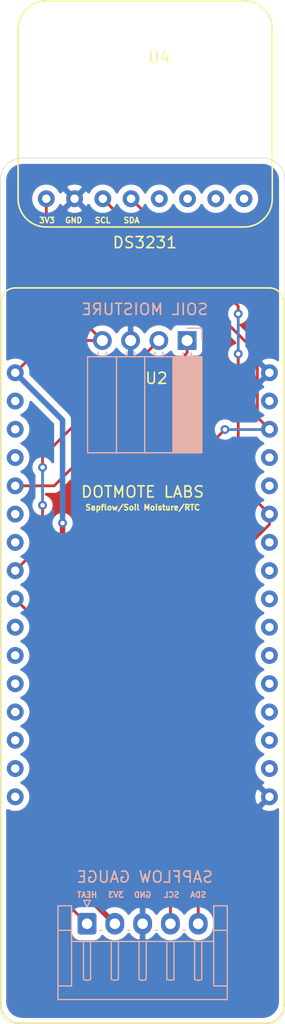
<source format=kicad_pcb>
(kicad_pcb (version 20171130) (host pcbnew "(5.1.0-0)")

  (general
    (thickness 1.6)
    (drawings 20)
    (tracks 45)
    (zones 0)
    (modules 4)
    (nets 36)
  )

  (page A4)
  (layers
    (0 F.Cu signal)
    (31 B.Cu signal)
    (32 B.Adhes user)
    (33 F.Adhes user)
    (34 B.Paste user)
    (35 F.Paste user)
    (36 B.SilkS user)
    (37 F.SilkS user)
    (38 B.Mask user)
    (39 F.Mask user)
    (40 Dwgs.User user)
    (41 Cmts.User user)
    (42 Eco1.User user)
    (43 Eco2.User user)
    (44 Edge.Cuts user)
    (45 Margin user)
    (46 B.CrtYd user)
    (47 F.CrtYd user)
    (48 B.Fab user)
    (49 F.Fab user)
  )

  (setup
    (last_trace_width 0.25)
    (user_trace_width 0.5)
    (trace_clearance 0.2)
    (zone_clearance 0.508)
    (zone_45_only no)
    (trace_min 0.2)
    (via_size 0.8)
    (via_drill 0.4)
    (via_min_size 0.4)
    (via_min_drill 0.3)
    (uvia_size 0.3)
    (uvia_drill 0.1)
    (uvias_allowed no)
    (uvia_min_size 0.2)
    (uvia_min_drill 0.1)
    (edge_width 0.05)
    (segment_width 0.2)
    (pcb_text_width 0.3)
    (pcb_text_size 1.5 1.5)
    (mod_edge_width 0.12)
    (mod_text_size 1 1)
    (mod_text_width 0.15)
    (pad_size 1.524 1.524)
    (pad_drill 0.762)
    (pad_to_mask_clearance 0.051)
    (solder_mask_min_width 0.25)
    (aux_axis_origin 0 0)
    (visible_elements FFFFFF7F)
    (pcbplotparams
      (layerselection 0x010fc_ffffffff)
      (usegerberextensions false)
      (usegerberattributes false)
      (usegerberadvancedattributes false)
      (creategerberjobfile false)
      (excludeedgelayer true)
      (linewidth 0.100000)
      (plotframeref false)
      (viasonmask false)
      (mode 1)
      (useauxorigin false)
      (hpglpennumber 1)
      (hpglpenspeed 20)
      (hpglpendiameter 15.000000)
      (psnegative false)
      (psa4output false)
      (plotreference true)
      (plotvalue true)
      (plotinvisibletext false)
      (padsonsilk false)
      (subtractmaskfromsilk false)
      (outputformat 1)
      (mirror false)
      (drillshape 0)
      (scaleselection 1)
      (outputdirectory "GERBERS/"))
  )

  (net 0 "")
  (net 1 "Net-(U1-Pad1)")
  (net 2 "Net-(U1-Pad2)")
  (net 3 GND)
  (net 4 +3V3)
  (net 5 "Net-(U2-Pad2)")
  (net 6 "Net-(U2-Pad3)")
  (net 7 "Net-(U2-Pad4)")
  (net 8 "Net-(U2-Pad6)")
  (net 9 "Net-(U2-Pad7)")
  (net 10 "Net-(U2-Pad9)")
  (net 11 "Net-(U2-Pad10)")
  (net 12 "Net-(U2-Pad11)")
  (net 13 "Net-(U2-Pad12)")
  (net 14 "Net-(U2-Pad13)")
  (net 15 "Net-(U2-Pad14)")
  (net 16 "Net-(U2-Pad15)")
  (net 17 "Net-(U2-Pad16)")
  (net 18 "Net-(U2-Pad18)")
  (net 19 "Net-(U2-Pad19)")
  (net 20 "Net-(U2-Pad20)")
  (net 21 "Net-(U2-Pad21)")
  (net 22 "Net-(U2-Pad22)")
  (net 23 "Net-(U2-Pad23)")
  (net 24 "Net-(U2-Pad24)")
  (net 25 "Net-(U2-Pad25)")
  (net 26 "Net-(U2-Pad26)")
  (net 27 "Net-(U2-Pad27)")
  (net 28 "Net-(U2-Pad28)")
  (net 29 "Net-(U2-Pad29)")
  (net 30 "Net-(U2-Pad30)")
  (net 31 "Net-(U2-Pad31)")
  (net 32 "Net-(U4-Pad5)")
  (net 33 "Net-(U4-Pad6)")
  (net 34 "Net-(U4-Pad7)")
  (net 35 "Net-(U4-Pad8)")

  (net_class Default "This is the default net class."
    (clearance 0.2)
    (trace_width 0.25)
    (via_dia 0.8)
    (via_drill 0.4)
    (uvia_dia 0.3)
    (uvia_drill 0.1)
    (add_net +3V3)
    (add_net GND)
    (add_net "Net-(U1-Pad1)")
    (add_net "Net-(U1-Pad2)")
    (add_net "Net-(U2-Pad10)")
    (add_net "Net-(U2-Pad11)")
    (add_net "Net-(U2-Pad12)")
    (add_net "Net-(U2-Pad13)")
    (add_net "Net-(U2-Pad14)")
    (add_net "Net-(U2-Pad15)")
    (add_net "Net-(U2-Pad16)")
    (add_net "Net-(U2-Pad18)")
    (add_net "Net-(U2-Pad19)")
    (add_net "Net-(U2-Pad2)")
    (add_net "Net-(U2-Pad20)")
    (add_net "Net-(U2-Pad21)")
    (add_net "Net-(U2-Pad22)")
    (add_net "Net-(U2-Pad23)")
    (add_net "Net-(U2-Pad24)")
    (add_net "Net-(U2-Pad25)")
    (add_net "Net-(U2-Pad26)")
    (add_net "Net-(U2-Pad27)")
    (add_net "Net-(U2-Pad28)")
    (add_net "Net-(U2-Pad29)")
    (add_net "Net-(U2-Pad3)")
    (add_net "Net-(U2-Pad30)")
    (add_net "Net-(U2-Pad31)")
    (add_net "Net-(U2-Pad4)")
    (add_net "Net-(U2-Pad6)")
    (add_net "Net-(U2-Pad7)")
    (add_net "Net-(U2-Pad9)")
    (add_net "Net-(U4-Pad5)")
    (add_net "Net-(U4-Pad6)")
    (add_net "Net-(U4-Pad7)")
    (add_net "Net-(U4-Pad8)")
  )

  (module Connector_PinSocket_2.54mm:PinSocket_1x04_P2.54mm_Horizontal (layer B.Cu) (tedit 5A19A424) (tstamp 5D0ADCF8)
    (at 170.6 85.8 90)
    (descr "Through hole angled socket strip, 1x04, 2.54mm pitch, 8.51mm socket length, single row (from Kicad 4.0.7), script generated")
    (tags "Through hole angled socket strip THT 1x04 2.54mm single row")
    (path /5D0AFB7C)
    (fp_text reference "SOIL MOISTURE" (at 2.8 -3.8 180) (layer B.SilkS)
      (effects (font (size 1 1) (thickness 0.15)) (justify mirror))
    )
    (fp_text value soil_moisture_4_pin (at -4.38 -10.39 90) (layer B.Fab)
      (effects (font (size 1 1) (thickness 0.15)) (justify mirror))
    )
    (fp_line (start -10.03 1.27) (end -2.49 1.27) (layer B.Fab) (width 0.1))
    (fp_line (start -2.49 1.27) (end -1.52 0.3) (layer B.Fab) (width 0.1))
    (fp_line (start -1.52 0.3) (end -1.52 -8.89) (layer B.Fab) (width 0.1))
    (fp_line (start -1.52 -8.89) (end -10.03 -8.89) (layer B.Fab) (width 0.1))
    (fp_line (start -10.03 -8.89) (end -10.03 1.27) (layer B.Fab) (width 0.1))
    (fp_line (start 0 0.3) (end -1.52 0.3) (layer B.Fab) (width 0.1))
    (fp_line (start -1.52 -0.3) (end 0 -0.3) (layer B.Fab) (width 0.1))
    (fp_line (start 0 -0.3) (end 0 0.3) (layer B.Fab) (width 0.1))
    (fp_line (start 0 -2.24) (end -1.52 -2.24) (layer B.Fab) (width 0.1))
    (fp_line (start -1.52 -2.84) (end 0 -2.84) (layer B.Fab) (width 0.1))
    (fp_line (start 0 -2.84) (end 0 -2.24) (layer B.Fab) (width 0.1))
    (fp_line (start 0 -4.78) (end -1.52 -4.78) (layer B.Fab) (width 0.1))
    (fp_line (start -1.52 -5.38) (end 0 -5.38) (layer B.Fab) (width 0.1))
    (fp_line (start 0 -5.38) (end 0 -4.78) (layer B.Fab) (width 0.1))
    (fp_line (start 0 -7.32) (end -1.52 -7.32) (layer B.Fab) (width 0.1))
    (fp_line (start -1.52 -7.92) (end 0 -7.92) (layer B.Fab) (width 0.1))
    (fp_line (start 0 -7.92) (end 0 -7.32) (layer B.Fab) (width 0.1))
    (fp_line (start -10.09 1.21) (end -1.46 1.21) (layer B.SilkS) (width 0.12))
    (fp_line (start -10.09 1.091905) (end -1.46 1.091905) (layer B.SilkS) (width 0.12))
    (fp_line (start -10.09 0.97381) (end -1.46 0.97381) (layer B.SilkS) (width 0.12))
    (fp_line (start -10.09 0.855715) (end -1.46 0.855715) (layer B.SilkS) (width 0.12))
    (fp_line (start -10.09 0.73762) (end -1.46 0.73762) (layer B.SilkS) (width 0.12))
    (fp_line (start -10.09 0.619525) (end -1.46 0.619525) (layer B.SilkS) (width 0.12))
    (fp_line (start -10.09 0.50143) (end -1.46 0.50143) (layer B.SilkS) (width 0.12))
    (fp_line (start -10.09 0.383335) (end -1.46 0.383335) (layer B.SilkS) (width 0.12))
    (fp_line (start -10.09 0.26524) (end -1.46 0.26524) (layer B.SilkS) (width 0.12))
    (fp_line (start -10.09 0.147145) (end -1.46 0.147145) (layer B.SilkS) (width 0.12))
    (fp_line (start -10.09 0.02905) (end -1.46 0.02905) (layer B.SilkS) (width 0.12))
    (fp_line (start -10.09 -0.089045) (end -1.46 -0.089045) (layer B.SilkS) (width 0.12))
    (fp_line (start -10.09 -0.20714) (end -1.46 -0.20714) (layer B.SilkS) (width 0.12))
    (fp_line (start -10.09 -0.325235) (end -1.46 -0.325235) (layer B.SilkS) (width 0.12))
    (fp_line (start -10.09 -0.44333) (end -1.46 -0.44333) (layer B.SilkS) (width 0.12))
    (fp_line (start -10.09 -0.561425) (end -1.46 -0.561425) (layer B.SilkS) (width 0.12))
    (fp_line (start -10.09 -0.67952) (end -1.46 -0.67952) (layer B.SilkS) (width 0.12))
    (fp_line (start -10.09 -0.797615) (end -1.46 -0.797615) (layer B.SilkS) (width 0.12))
    (fp_line (start -10.09 -0.91571) (end -1.46 -0.91571) (layer B.SilkS) (width 0.12))
    (fp_line (start -10.09 -1.033805) (end -1.46 -1.033805) (layer B.SilkS) (width 0.12))
    (fp_line (start -10.09 -1.1519) (end -1.46 -1.1519) (layer B.SilkS) (width 0.12))
    (fp_line (start -1.46 0.36) (end -1.11 0.36) (layer B.SilkS) (width 0.12))
    (fp_line (start -1.46 -0.36) (end -1.11 -0.36) (layer B.SilkS) (width 0.12))
    (fp_line (start -1.46 -2.18) (end -1.05 -2.18) (layer B.SilkS) (width 0.12))
    (fp_line (start -1.46 -2.9) (end -1.05 -2.9) (layer B.SilkS) (width 0.12))
    (fp_line (start -1.46 -4.72) (end -1.05 -4.72) (layer B.SilkS) (width 0.12))
    (fp_line (start -1.46 -5.44) (end -1.05 -5.44) (layer B.SilkS) (width 0.12))
    (fp_line (start -1.46 -7.26) (end -1.05 -7.26) (layer B.SilkS) (width 0.12))
    (fp_line (start -1.46 -7.98) (end -1.05 -7.98) (layer B.SilkS) (width 0.12))
    (fp_line (start -10.09 -1.27) (end -1.46 -1.27) (layer B.SilkS) (width 0.12))
    (fp_line (start -10.09 -3.81) (end -1.46 -3.81) (layer B.SilkS) (width 0.12))
    (fp_line (start -10.09 -6.35) (end -1.46 -6.35) (layer B.SilkS) (width 0.12))
    (fp_line (start -10.09 1.33) (end -1.46 1.33) (layer B.SilkS) (width 0.12))
    (fp_line (start -1.46 1.33) (end -1.46 -8.95) (layer B.SilkS) (width 0.12))
    (fp_line (start -10.09 -8.95) (end -1.46 -8.95) (layer B.SilkS) (width 0.12))
    (fp_line (start -10.09 1.33) (end -10.09 -8.95) (layer B.SilkS) (width 0.12))
    (fp_line (start 1.11 1.33) (end 1.11 0) (layer B.SilkS) (width 0.12))
    (fp_line (start 0 1.33) (end 1.11 1.33) (layer B.SilkS) (width 0.12))
    (fp_line (start 1.75 1.75) (end -10.55 1.75) (layer B.CrtYd) (width 0.05))
    (fp_line (start -10.55 1.75) (end -10.55 -9.45) (layer B.CrtYd) (width 0.05))
    (fp_line (start -10.55 -9.45) (end 1.75 -9.45) (layer B.CrtYd) (width 0.05))
    (fp_line (start 1.75 -9.45) (end 1.75 1.75) (layer B.CrtYd) (width 0.05))
    (fp_text user %R (at -5.775 -3.81) (layer B.Fab)
      (effects (font (size 1 1) (thickness 0.15)) (justify mirror))
    )
    (pad 1 thru_hole rect (at 0 0 90) (size 1.7 1.7) (drill 1) (layers *.Cu *.Mask)
      (net 1 "Net-(U1-Pad1)"))
    (pad 2 thru_hole oval (at 0 -2.54 90) (size 1.7 1.7) (drill 1) (layers *.Cu *.Mask)
      (net 2 "Net-(U1-Pad2)"))
    (pad 3 thru_hole oval (at 0 -5.08 90) (size 1.7 1.7) (drill 1) (layers *.Cu *.Mask)
      (net 3 GND))
    (pad 4 thru_hole oval (at 0 -7.62 90) (size 1.7 1.7) (drill 1) (layers *.Cu *.Mask)
      (net 4 +3V3))
    (model ${KISYS3DMOD}/Connector_PinSocket_2.54mm.3dshapes/PinSocket_1x04_P2.54mm_Horizontal.wrl
      (at (xyz 0 0 0))
      (scale (xyz 1 1 1))
      (rotate (xyz 0 0 0))
    )
  )

  (module wemos_d32:d32_pro (layer F.Cu) (tedit 5CD7AAC7) (tstamp 5D0ADD24)
    (at 167.845001 88.695001)
    (path /5D0B1693)
    (fp_text reference U2 (at 0 0.5) (layer F.SilkS)
      (effects (font (size 1 1) (thickness 0.15)))
    )
    (fp_text value d32_pro (at 0 -0.5) (layer F.Fab)
      (effects (font (size 1 1) (thickness 0.15)))
    )
    (fp_line (start -12.7 -7.62) (end 10.16 -7.62) (layer F.SilkS) (width 0.15))
    (fp_line (start 11.43 -6.35) (end 11.43 57.15) (layer F.SilkS) (width 0.15))
    (fp_line (start 10.16 58.42) (end -12.7 58.42) (layer F.SilkS) (width 0.15))
    (fp_line (start -13.97 57.15) (end -13.97 -6.35) (layer F.SilkS) (width 0.15))
    (fp_arc (start -12.7 -6.35) (end -12.7 -7.62) (angle -90) (layer F.SilkS) (width 0.15))
    (fp_arc (start 10.16 -6.35) (end 11.43 -6.35) (angle -90) (layer F.SilkS) (width 0.15))
    (fp_arc (start 10.16 57.15) (end 10.16 58.42) (angle -90) (layer F.SilkS) (width 0.15))
    (fp_arc (start -12.7 57.15) (end -13.97 57.15) (angle -90) (layer F.SilkS) (width 0.15))
    (pad 1 thru_hole circle (at -12.7 0) (size 1.524 1.524) (drill 0.762) (layers *.Cu *.Mask)
      (net 4 +3V3))
    (pad 2 thru_hole circle (at -12.7 2.54) (size 1.524 1.524) (drill 0.762) (layers *.Cu *.Mask)
      (net 5 "Net-(U2-Pad2)"))
    (pad 3 thru_hole circle (at -12.7 5.08) (size 1.524 1.524) (drill 0.762) (layers *.Cu *.Mask)
      (net 6 "Net-(U2-Pad3)"))
    (pad 4 thru_hole circle (at -12.7 7.62) (size 1.524 1.524) (drill 0.762) (layers *.Cu *.Mask)
      (net 7 "Net-(U2-Pad4)"))
    (pad 5 thru_hole circle (at -12.7 10.16) (size 1.524 1.524) (drill 0.762) (layers *.Cu *.Mask)
      (net 1 "Net-(U1-Pad1)"))
    (pad 6 thru_hole circle (at -12.7 12.7) (size 1.524 1.524) (drill 0.762) (layers *.Cu *.Mask)
      (net 8 "Net-(U2-Pad6)"))
    (pad 7 thru_hole circle (at -12.7 15.24) (size 1.524 1.524) (drill 0.762) (layers *.Cu *.Mask)
      (net 9 "Net-(U2-Pad7)"))
    (pad 8 thru_hole circle (at -12.7 17.78) (size 1.524 1.524) (drill 0.762) (layers *.Cu *.Mask)
      (net 2 "Net-(U1-Pad2)"))
    (pad 9 thru_hole circle (at -12.7 20.32) (size 1.524 1.524) (drill 0.762) (layers *.Cu *.Mask)
      (net 10 "Net-(U2-Pad9)"))
    (pad 10 thru_hole circle (at -12.7 22.86) (size 1.524 1.524) (drill 0.762) (layers *.Cu *.Mask)
      (net 11 "Net-(U2-Pad10)"))
    (pad 11 thru_hole circle (at -12.7 25.4) (size 1.524 1.524) (drill 0.762) (layers *.Cu *.Mask)
      (net 12 "Net-(U2-Pad11)"))
    (pad 12 thru_hole circle (at -12.7 27.94) (size 1.524 1.524) (drill 0.762) (layers *.Cu *.Mask)
      (net 13 "Net-(U2-Pad12)"))
    (pad 13 thru_hole circle (at -12.7 30.48) (size 1.524 1.524) (drill 0.762) (layers *.Cu *.Mask)
      (net 14 "Net-(U2-Pad13)"))
    (pad 14 thru_hole circle (at -12.7 33.02) (size 1.524 1.524) (drill 0.762) (layers *.Cu *.Mask)
      (net 15 "Net-(U2-Pad14)"))
    (pad 15 thru_hole circle (at -12.7 35.56) (size 1.524 1.524) (drill 0.762) (layers *.Cu *.Mask)
      (net 16 "Net-(U2-Pad15)"))
    (pad 16 thru_hole circle (at -12.7 38.1) (size 1.524 1.524) (drill 0.762) (layers *.Cu *.Mask)
      (net 17 "Net-(U2-Pad16)"))
    (pad 17 thru_hole circle (at 10.16 38.1) (size 1.524 1.524) (drill 0.762) (layers *.Cu *.Mask)
      (net 3 GND))
    (pad 18 thru_hole circle (at 10.16 35.56) (size 1.524 1.524) (drill 0.762) (layers *.Cu *.Mask)
      (net 18 "Net-(U2-Pad18)"))
    (pad 19 thru_hole circle (at 10.16 33.02) (size 1.524 1.524) (drill 0.762) (layers *.Cu *.Mask)
      (net 19 "Net-(U2-Pad19)"))
    (pad 20 thru_hole circle (at 10.16 30.48) (size 1.524 1.524) (drill 0.762) (layers *.Cu *.Mask)
      (net 20 "Net-(U2-Pad20)"))
    (pad 21 thru_hole circle (at 10.16 27.94) (size 1.524 1.524) (drill 0.762) (layers *.Cu *.Mask)
      (net 21 "Net-(U2-Pad21)"))
    (pad 22 thru_hole circle (at 10.16 25.4) (size 1.524 1.524) (drill 0.762) (layers *.Cu *.Mask)
      (net 22 "Net-(U2-Pad22)"))
    (pad 23 thru_hole circle (at 10.16 22.86) (size 1.524 1.524) (drill 0.762) (layers *.Cu *.Mask)
      (net 23 "Net-(U2-Pad23)"))
    (pad 24 thru_hole circle (at 10.16 20.32) (size 1.524 1.524) (drill 0.762) (layers *.Cu *.Mask)
      (net 24 "Net-(U2-Pad24)"))
    (pad 25 thru_hole circle (at 10.16 17.78) (size 1.524 1.524) (drill 0.762) (layers *.Cu *.Mask)
      (net 25 "Net-(U2-Pad25)"))
    (pad 26 thru_hole circle (at 10.16 15.24) (size 1.524 1.524) (drill 0.762) (layers *.Cu *.Mask)
      (net 26 "Net-(U2-Pad26)"))
    (pad 27 thru_hole circle (at 10.16 12.7) (size 1.524 1.524) (drill 0.762) (layers *.Cu *.Mask)
      (net 27 "Net-(U2-Pad27)"))
    (pad 28 thru_hole circle (at 10.16 10.16) (size 1.524 1.524) (drill 0.762) (layers *.Cu *.Mask)
      (net 28 "Net-(U2-Pad28)"))
    (pad 29 thru_hole circle (at 10.16 7.62) (size 1.524 1.524) (drill 0.762) (layers *.Cu *.Mask)
      (net 29 "Net-(U2-Pad29)"))
    (pad 30 thru_hole circle (at 10.16 5.08) (size 1.524 1.524) (drill 0.762) (layers *.Cu *.Mask)
      (net 30 "Net-(U2-Pad30)"))
    (pad 31 thru_hole circle (at 10.16 2.54) (size 1.524 1.524) (drill 0.762) (layers *.Cu *.Mask)
      (net 31 "Net-(U2-Pad31)"))
    (pad 32 thru_hole circle (at 10.16 0) (size 1.524 1.524) (drill 0.762) (layers *.Cu *.Mask)
      (net 3 GND))
  )

  (module Connector_JST:JST_EH_S5B-EH_1x05_P2.50mm_Horizontal (layer B.Cu) (tedit 5C281425) (tstamp 5D0ADD6F)
    (at 161.6 138.2)
    (descr "JST EH series connector, S5B-EH (http://www.jst-mfg.com/product/pdf/eng/eEH.pdf), generated with kicad-footprint-generator")
    (tags "connector JST EH horizontal")
    (path /5D0B0D79)
    (fp_text reference "SAPFLOW GAUGE" (at 5.2 -4.2) (layer B.SilkS)
      (effects (font (size 1 1) (thickness 0.15)) (justify mirror))
    )
    (fp_text value sapflow_gauge_5_pin (at 5 -2.7) (layer B.Fab)
      (effects (font (size 1 1) (thickness 0.15)) (justify mirror))
    )
    (fp_line (start -1.5 0.7) (end -1.5 -1.5) (layer B.Fab) (width 0.1))
    (fp_line (start -1.5 -1.5) (end -2.5 -1.5) (layer B.Fab) (width 0.1))
    (fp_line (start -2.5 -1.5) (end -2.5 6.7) (layer B.Fab) (width 0.1))
    (fp_line (start -2.5 6.7) (end 12.5 6.7) (layer B.Fab) (width 0.1))
    (fp_line (start 12.5 6.7) (end 12.5 -1.5) (layer B.Fab) (width 0.1))
    (fp_line (start 12.5 -1.5) (end 11.5 -1.5) (layer B.Fab) (width 0.1))
    (fp_line (start 11.5 -1.5) (end 11.5 0.7) (layer B.Fab) (width 0.1))
    (fp_line (start 11.5 0.7) (end -1.5 0.7) (layer B.Fab) (width 0.1))
    (fp_line (start -3 7.2) (end -3 -2) (layer B.CrtYd) (width 0.05))
    (fp_line (start -3 -2) (end 13 -2) (layer B.CrtYd) (width 0.05))
    (fp_line (start 13 -2) (end 13 7.2) (layer B.CrtYd) (width 0.05))
    (fp_line (start 13 7.2) (end -3 7.2) (layer B.CrtYd) (width 0.05))
    (fp_line (start -1.39 0.59) (end -1.39 -1.61) (layer B.SilkS) (width 0.12))
    (fp_line (start -1.39 -1.61) (end -2.61 -1.61) (layer B.SilkS) (width 0.12))
    (fp_line (start -2.61 -1.61) (end -2.61 6.81) (layer B.SilkS) (width 0.12))
    (fp_line (start -2.61 6.81) (end 12.61 6.81) (layer B.SilkS) (width 0.12))
    (fp_line (start 12.61 6.81) (end 12.61 -1.61) (layer B.SilkS) (width 0.12))
    (fp_line (start 12.61 -1.61) (end 11.39 -1.61) (layer B.SilkS) (width 0.12))
    (fp_line (start 11.39 -1.61) (end 11.39 0.59) (layer B.SilkS) (width 0.12))
    (fp_line (start -2.61 5.59) (end -1.39 5.59) (layer B.SilkS) (width 0.12))
    (fp_line (start -1.39 5.59) (end -1.39 0.59) (layer B.SilkS) (width 0.12))
    (fp_line (start -1.39 0.59) (end -2.61 0.59) (layer B.SilkS) (width 0.12))
    (fp_line (start 12.61 5.59) (end 11.39 5.59) (layer B.SilkS) (width 0.12))
    (fp_line (start 11.39 5.59) (end 11.39 0.59) (layer B.SilkS) (width 0.12))
    (fp_line (start 11.39 0.59) (end 12.61 0.59) (layer B.SilkS) (width 0.12))
    (fp_line (start -1.39 1.59) (end 11.39 1.59) (layer B.SilkS) (width 0.12))
    (fp_line (start 0 1.59) (end -0.32 1.59) (layer B.SilkS) (width 0.12))
    (fp_line (start -0.32 1.59) (end -0.32 5.01) (layer B.SilkS) (width 0.12))
    (fp_line (start -0.32 5.01) (end 0 5.09) (layer B.SilkS) (width 0.12))
    (fp_line (start 0 5.09) (end 0.32 5.01) (layer B.SilkS) (width 0.12))
    (fp_line (start 0.32 5.01) (end 0.32 1.59) (layer B.SilkS) (width 0.12))
    (fp_line (start 0.32 1.59) (end 0 1.59) (layer B.SilkS) (width 0.12))
    (fp_line (start 1.17 0.59) (end 1.33 0.59) (layer B.SilkS) (width 0.12))
    (fp_line (start 2.5 1.59) (end 2.18 1.59) (layer B.SilkS) (width 0.12))
    (fp_line (start 2.18 1.59) (end 2.18 5.01) (layer B.SilkS) (width 0.12))
    (fp_line (start 2.18 5.01) (end 2.5 5.09) (layer B.SilkS) (width 0.12))
    (fp_line (start 2.5 5.09) (end 2.82 5.01) (layer B.SilkS) (width 0.12))
    (fp_line (start 2.82 5.01) (end 2.82 1.59) (layer B.SilkS) (width 0.12))
    (fp_line (start 2.82 1.59) (end 2.5 1.59) (layer B.SilkS) (width 0.12))
    (fp_line (start 3.67 0.59) (end 3.83 0.59) (layer B.SilkS) (width 0.12))
    (fp_line (start 5 1.59) (end 4.68 1.59) (layer B.SilkS) (width 0.12))
    (fp_line (start 4.68 1.59) (end 4.68 5.01) (layer B.SilkS) (width 0.12))
    (fp_line (start 4.68 5.01) (end 5 5.09) (layer B.SilkS) (width 0.12))
    (fp_line (start 5 5.09) (end 5.32 5.01) (layer B.SilkS) (width 0.12))
    (fp_line (start 5.32 5.01) (end 5.32 1.59) (layer B.SilkS) (width 0.12))
    (fp_line (start 5.32 1.59) (end 5 1.59) (layer B.SilkS) (width 0.12))
    (fp_line (start 6.17 0.59) (end 6.33 0.59) (layer B.SilkS) (width 0.12))
    (fp_line (start 7.5 1.59) (end 7.18 1.59) (layer B.SilkS) (width 0.12))
    (fp_line (start 7.18 1.59) (end 7.18 5.01) (layer B.SilkS) (width 0.12))
    (fp_line (start 7.18 5.01) (end 7.5 5.09) (layer B.SilkS) (width 0.12))
    (fp_line (start 7.5 5.09) (end 7.82 5.01) (layer B.SilkS) (width 0.12))
    (fp_line (start 7.82 5.01) (end 7.82 1.59) (layer B.SilkS) (width 0.12))
    (fp_line (start 7.82 1.59) (end 7.5 1.59) (layer B.SilkS) (width 0.12))
    (fp_line (start 8.67 0.59) (end 8.83 0.59) (layer B.SilkS) (width 0.12))
    (fp_line (start 10 1.59) (end 9.68 1.59) (layer B.SilkS) (width 0.12))
    (fp_line (start 9.68 1.59) (end 9.68 5.01) (layer B.SilkS) (width 0.12))
    (fp_line (start 9.68 5.01) (end 10 5.09) (layer B.SilkS) (width 0.12))
    (fp_line (start 10 5.09) (end 10.32 5.01) (layer B.SilkS) (width 0.12))
    (fp_line (start 10.32 5.01) (end 10.32 1.59) (layer B.SilkS) (width 0.12))
    (fp_line (start 10.32 1.59) (end 10 1.59) (layer B.SilkS) (width 0.12))
    (fp_line (start 0 -1.5) (end -0.3 -2.1) (layer B.SilkS) (width 0.12))
    (fp_line (start -0.3 -2.1) (end 0.3 -2.1) (layer B.SilkS) (width 0.12))
    (fp_line (start 0.3 -2.1) (end 0 -1.5) (layer B.SilkS) (width 0.12))
    (fp_line (start -0.5 0.7) (end 0 1.407107) (layer B.Fab) (width 0.1))
    (fp_line (start 0 1.407107) (end 0.5 0.7) (layer B.Fab) (width 0.1))
    (fp_text user %R (at 5 2.6) (layer B.Fab)
      (effects (font (size 1 1) (thickness 0.15)) (justify mirror))
    )
    (pad 1 thru_hole roundrect (at 0 0) (size 1.7 1.95) (drill 0.95) (layers *.Cu *.Mask) (roundrect_rratio 0.147059)
      (net 10 "Net-(U2-Pad9)"))
    (pad 2 thru_hole oval (at 2.5 0) (size 1.7 1.95) (drill 0.95) (layers *.Cu *.Mask)
      (net 4 +3V3))
    (pad 3 thru_hole oval (at 5 0) (size 1.7 1.95) (drill 0.95) (layers *.Cu *.Mask)
      (net 3 GND))
    (pad 4 thru_hole oval (at 7.5 0) (size 1.7 1.95) (drill 0.95) (layers *.Cu *.Mask)
      (net 30 "Net-(U2-Pad30)"))
    (pad 5 thru_hole oval (at 10 0) (size 1.7 1.95) (drill 0.95) (layers *.Cu *.Mask)
      (net 27 "Net-(U2-Pad27)"))
    (model ${KISYS3DMOD}/Connector_JST.3dshapes/JST_EH_S5B-EH_1x05_P2.50mm_Horizontal.wrl
      (at (xyz 0 0 0))
      (scale (xyz 1 1 1))
      (rotate (xyz 0 0 0))
    )
  )

  (module adafruit:adafruit_ds3231 (layer F.Cu) (tedit 5CF4A23F) (tstamp 5D0AE548)
    (at 155.4 75.6)
    (path /5D0ADD53)
    (fp_text reference U4 (at 12.7 -15.24) (layer F.SilkS)
      (effects (font (size 1 1) (thickness 0.15)))
    )
    (fp_text value adafruit_ds3231 (at 12.7 -17.78) (layer F.Fab)
      (effects (font (size 1 1) (thickness 0.15)))
    )
    (fp_line (start 2.54 0) (end 20.32 0) (layer F.SilkS) (width 0.15))
    (fp_line (start 22.86 -2.54) (end 22.86 -17.78) (layer F.SilkS) (width 0.15))
    (fp_line (start 20.32 -20.32) (end 2.54 -20.32) (layer F.SilkS) (width 0.15))
    (fp_line (start 0 -17.78) (end 0 -2.54) (layer F.SilkS) (width 0.15))
    (fp_arc (start 2.54 -17.78) (end 2.54 -20.32) (angle -90) (layer F.SilkS) (width 0.15))
    (fp_arc (start 20.32 -17.78) (end 22.86 -17.78) (angle -90) (layer F.SilkS) (width 0.15))
    (fp_arc (start 20.32 -2.54) (end 20.32 0) (angle -90) (layer F.SilkS) (width 0.15))
    (fp_arc (start 2.54 -2.54) (end 0 -2.54) (angle -90) (layer F.SilkS) (width 0.15))
    (pad 1 thru_hole circle (at 2.54 -2.54) (size 1.524 1.524) (drill 0.762) (layers *.Cu *.Mask)
      (net 4 +3V3))
    (pad 2 thru_hole circle (at 5.08 -2.54) (size 1.524 1.524) (drill 0.762) (layers *.Cu *.Mask)
      (net 3 GND))
    (pad 3 thru_hole circle (at 7.62 -2.54) (size 1.524 1.524) (drill 0.762) (layers *.Cu *.Mask)
      (net 30 "Net-(U2-Pad30)"))
    (pad 4 thru_hole circle (at 10.16 -2.54) (size 1.524 1.524) (drill 0.762) (layers *.Cu *.Mask)
      (net 27 "Net-(U2-Pad27)"))
    (pad 5 thru_hole circle (at 12.7 -2.54) (size 1.524 1.524) (drill 0.762) (layers *.Cu *.Mask)
      (net 32 "Net-(U4-Pad5)"))
    (pad 6 thru_hole circle (at 15.24 -2.54) (size 1.524 1.524) (drill 0.762) (layers *.Cu *.Mask)
      (net 33 "Net-(U4-Pad6)"))
    (pad 7 thru_hole circle (at 17.78 -2.54) (size 1.524 1.524) (drill 0.762) (layers *.Cu *.Mask)
      (net 34 "Net-(U4-Pad7)"))
    (pad 8 thru_hole circle (at 20.32 -2.54) (size 1.524 1.524) (drill 0.762) (layers *.Cu *.Mask)
      (net 35 "Net-(U4-Pad8)"))
  )

  (gr_text "Sapflow/Soil Moisture/RTC" (at 166.6 100.8) (layer F.SilkS) (tstamp 5D0AEABC)
    (effects (font (size 0.5 0.5) (thickness 0.125)))
  )
  (gr_text "DOTMOTE LABS" (at 166.6 99.4) (layer F.SilkS)
    (effects (font (size 1 1) (thickness 0.15)))
  )
  (gr_arc (start 155.8 71.4) (end 155.8 69.4) (angle -90) (layer Edge.Cuts) (width 0.05))
  (gr_arc (start 177.4 71.4) (end 179.4 71.4) (angle -90) (layer Edge.Cuts) (width 0.05))
  (gr_arc (start 177.4 145.2) (end 177.4 147.2) (angle -90) (layer Edge.Cuts) (width 0.05))
  (gr_arc (start 155.8 145.2) (end 153.8 145.2) (angle -90) (layer Edge.Cuts) (width 0.05))
  (gr_line (start 177.4 147.2) (end 155.8 147.2) (layer Edge.Cuts) (width 0.05) (tstamp 5D0AE504))
  (gr_line (start 179.4 71.4) (end 179.4 145.2) (layer Edge.Cuts) (width 0.05))
  (gr_line (start 155.8 69.4) (end 177.4 69.4) (layer Edge.Cuts) (width 0.05))
  (gr_line (start 153.8 145.2) (end 153.8 71.4) (layer Edge.Cuts) (width 0.05))
  (gr_text SDA (at 171.6 135.6) (layer B.SilkS) (tstamp 5D0AE37C)
    (effects (font (size 0.5 0.5) (thickness 0.125)) (justify mirror))
  )
  (gr_text SCL (at 169.2 135.6) (layer B.SilkS) (tstamp 5D0AE379)
    (effects (font (size 0.5 0.5) (thickness 0.125)) (justify mirror))
  )
  (gr_text GND (at 166.6 135.6) (layer B.SilkS) (tstamp 5D0AE376)
    (effects (font (size 0.5 0.5) (thickness 0.125)) (justify mirror))
  )
  (gr_text 3V3 (at 164.2 135.6) (layer B.SilkS) (tstamp 5D0AE373)
    (effects (font (size 0.5 0.5) (thickness 0.125)) (justify mirror))
  )
  (gr_text HEAT (at 161.6 135.6) (layer B.SilkS)
    (effects (font (size 0.5 0.5) (thickness 0.125)) (justify mirror))
  )
  (gr_text SDA (at 165.6 75) (layer F.SilkS) (tstamp 5D0AE311)
    (effects (font (size 0.5 0.5) (thickness 0.125)))
  )
  (gr_text SCL (at 163 75) (layer F.SilkS) (tstamp 5D0AE30E)
    (effects (font (size 0.5 0.5) (thickness 0.125)))
  )
  (gr_text GND (at 160.4 75) (layer F.SilkS) (tstamp 5D0AE30B)
    (effects (font (size 0.5 0.5) (thickness 0.125)))
  )
  (gr_text 3V3 (at 158 75) (layer F.SilkS)
    (effects (font (size 0.5 0.5) (thickness 0.125)))
  )
  (gr_text DS3231 (at 166.8 77) (layer F.SilkS)
    (effects (font (size 1 1) (thickness 0.15)))
  )

  (segment (start 156.222631 98.855001) (end 155.145001 98.855001) (width 0.25) (layer F.Cu) (net 1))
  (segment (start 170.6 86.9) (end 158.644999 98.855001) (width 0.25) (layer F.Cu) (net 1))
  (segment (start 158.644999 98.855001) (end 156.222631 98.855001) (width 0.25) (layer F.Cu) (net 1))
  (segment (start 170.6 85.8) (end 170.6 86.9) (width 0.25) (layer F.Cu) (net 1))
  (via (at 157.6 97.2) (size 0.8) (drill 0.4) (layers F.Cu B.Cu) (net 2))
  (segment (start 157.6 96.26) (end 157.6 97.2) (width 0.25) (layer F.Cu) (net 2))
  (segment (start 168.06 85.8) (end 157.6 96.26) (width 0.25) (layer F.Cu) (net 2))
  (via (at 157.6 100.6) (size 0.8) (drill 0.4) (layers F.Cu B.Cu) (net 2))
  (segment (start 157.6 97.2) (end 157.6 100.6) (width 0.25) (layer B.Cu) (net 2))
  (segment (start 157.6 104.020002) (end 155.145001 106.475001) (width 0.25) (layer F.Cu) (net 2))
  (segment (start 157.6 100.6) (end 157.6 104.020002) (width 0.25) (layer F.Cu) (net 2))
  (segment (start 158.040002 85.8) (end 155.145001 88.695001) (width 0.25) (layer F.Cu) (net 4))
  (segment (start 162.98 85.8) (end 158.040002 85.8) (width 0.25) (layer F.Cu) (net 4))
  (segment (start 157.94 80.76) (end 162.98 85.8) (width 0.25) (layer F.Cu) (net 4))
  (segment (start 157.94 73.06) (end 157.94 80.76) (width 0.25) (layer F.Cu) (net 4))
  (via (at 159.4 102.2) (size 0.8) (drill 0.4) (layers F.Cu B.Cu) (net 4))
  (segment (start 159.4 92.95) (end 159.4 102.2) (width 0.5) (layer B.Cu) (net 4))
  (segment (start 155.145001 88.695001) (end 159.4 92.95) (width 0.5) (layer B.Cu) (net 4))
  (segment (start 164.1 138.075) (end 164.1 138.2) (width 0.5) (layer F.Cu) (net 4))
  (segment (start 159.4 102.2) (end 159.4 133.5) (width 0.5) (layer F.Cu) (net 4))
  (segment (start 159.4 133.5) (end 164.1 138.2) (width 0.5) (layer F.Cu) (net 4))
  (segment (start 160.701628 137.301628) (end 161.6 138.2) (width 0.25) (layer F.Cu) (net 10))
  (segment (start 157.4 134) (end 160.701628 137.301628) (width 0.25) (layer F.Cu) (net 10))
  (segment (start 157.4 111.27) (end 157.4 134) (width 0.25) (layer F.Cu) (net 10))
  (segment (start 155.145001 109.015001) (end 157.4 111.27) (width 0.25) (layer F.Cu) (net 10))
  (segment (start 175.2 82.7) (end 175.2 83.4) (width 0.25) (layer F.Cu) (net 27))
  (via (at 175.2 83.4) (size 0.8) (drill 0.4) (layers F.Cu B.Cu) (net 27))
  (segment (start 165.56 73.06) (end 175.2 82.7) (width 0.25) (layer F.Cu) (net 27))
  (via (at 175.2 87) (size 0.8) (drill 0.4) (layers F.Cu B.Cu) (net 27))
  (segment (start 175.2 83.4) (end 175.2 87) (width 0.25) (layer B.Cu) (net 27))
  (segment (start 175.2 98.59) (end 178.005001 101.395001) (width 0.25) (layer F.Cu) (net 27))
  (segment (start 175.2 87) (end 175.2 98.59) (width 0.25) (layer F.Cu) (net 27))
  (segment (start 171.6 108.73124) (end 171.6 136.975) (width 0.25) (layer F.Cu) (net 27))
  (segment (start 171.6 136.975) (end 171.6 138.2) (width 0.25) (layer F.Cu) (net 27))
  (segment (start 178.005001 102.326239) (end 171.6 108.73124) (width 0.25) (layer F.Cu) (net 27))
  (segment (start 178.005001 101.395001) (end 178.005001 102.326239) (width 0.25) (layer F.Cu) (net 27))
  (segment (start 163.781999 73.821999) (end 163.02 73.06) (width 0.25) (layer F.Cu) (net 30))
  (segment (start 176.918 86.958) (end 163.781999 73.821999) (width 0.25) (layer F.Cu) (net 30))
  (segment (start 176.918 92.688) (end 176.918 86.958) (width 0.25) (layer F.Cu) (net 30))
  (segment (start 178.005001 93.775001) (end 176.918 92.688) (width 0.25) (layer F.Cu) (net 30))
  (via (at 174 93.8) (size 0.8) (drill 0.4) (layers F.Cu B.Cu) (net 30))
  (segment (start 169.1 98.7) (end 174 93.8) (width 0.25) (layer F.Cu) (net 30))
  (segment (start 169.1 138.2) (end 169.1 98.7) (width 0.25) (layer F.Cu) (net 30))
  (segment (start 177.980002 93.8) (end 178.005001 93.775001) (width 0.25) (layer B.Cu) (net 30))
  (segment (start 174 93.8) (end 177.980002 93.8) (width 0.25) (layer B.Cu) (net 30))

  (zone (net 3) (net_name GND) (layer F.Cu) (tstamp 5D0AF1FA) (hatch edge 0.508)
    (connect_pads (clearance 0.508))
    (min_thickness 0.254)
    (fill yes (arc_segments 32) (thermal_gap 0.508) (thermal_bridge_width 0.508))
    (polygon
      (pts
        (xy 153.8 69.4) (xy 179.4 69.4) (xy 179.4 147.2) (xy 153.8 147.2)
      )
    )
    (filled_polygon
      (pts
        (xy 177.659659 70.088625) (xy 177.909429 70.164035) (xy 178.139792 70.286522) (xy 178.34198 70.451422) (xy 178.508286 70.65245)
        (xy 178.632378 70.881954) (xy 178.709531 71.131195) (xy 178.74 71.421088) (xy 178.74 87.546766) (xy 178.723981 87.489345)
        (xy 178.474953 87.372245) (xy 178.207866 87.305978) (xy 177.932984 87.293091) (xy 177.678 87.331498) (xy 177.678 86.995325)
        (xy 177.681676 86.958) (xy 177.678 86.920675) (xy 177.678 86.920667) (xy 177.667003 86.809014) (xy 177.623546 86.665753)
        (xy 177.552974 86.533724) (xy 177.458001 86.417999) (xy 177.429003 86.394201) (xy 175.441952 84.40715) (xy 175.501898 84.395226)
        (xy 175.690256 84.317205) (xy 175.859774 84.203937) (xy 176.003937 84.059774) (xy 176.117205 83.890256) (xy 176.195226 83.701898)
        (xy 176.235 83.501939) (xy 176.235 83.298061) (xy 176.195226 83.098102) (xy 176.117205 82.909744) (xy 176.003937 82.740226)
        (xy 175.963672 82.699961) (xy 175.96 82.662675) (xy 175.96 82.662667) (xy 175.949003 82.551014) (xy 175.905546 82.407753)
        (xy 175.834974 82.275724) (xy 175.740001 82.159999) (xy 175.711004 82.136202) (xy 168.031801 74.457) (xy 168.237592 74.457)
        (xy 168.50749 74.403314) (xy 168.761727 74.298005) (xy 168.990535 74.14512) (xy 169.18512 73.950535) (xy 169.338005 73.721727)
        (xy 169.37 73.644485) (xy 169.401995 73.721727) (xy 169.55488 73.950535) (xy 169.749465 74.14512) (xy 169.978273 74.298005)
        (xy 170.23251 74.403314) (xy 170.502408 74.457) (xy 170.777592 74.457) (xy 171.04749 74.403314) (xy 171.301727 74.298005)
        (xy 171.530535 74.14512) (xy 171.72512 73.950535) (xy 171.878005 73.721727) (xy 171.91 73.644485) (xy 171.941995 73.721727)
        (xy 172.09488 73.950535) (xy 172.289465 74.14512) (xy 172.518273 74.298005) (xy 172.77251 74.403314) (xy 173.042408 74.457)
        (xy 173.317592 74.457) (xy 173.58749 74.403314) (xy 173.841727 74.298005) (xy 174.070535 74.14512) (xy 174.26512 73.950535)
        (xy 174.418005 73.721727) (xy 174.45 73.644485) (xy 174.481995 73.721727) (xy 174.63488 73.950535) (xy 174.829465 74.14512)
        (xy 175.058273 74.298005) (xy 175.31251 74.403314) (xy 175.582408 74.457) (xy 175.857592 74.457) (xy 176.12749 74.403314)
        (xy 176.381727 74.298005) (xy 176.610535 74.14512) (xy 176.80512 73.950535) (xy 176.958005 73.721727) (xy 177.063314 73.46749)
        (xy 177.117 73.197592) (xy 177.117 72.922408) (xy 177.063314 72.65251) (xy 176.958005 72.398273) (xy 176.80512 72.169465)
        (xy 176.610535 71.97488) (xy 176.381727 71.821995) (xy 176.12749 71.716686) (xy 175.857592 71.663) (xy 175.582408 71.663)
        (xy 175.31251 71.716686) (xy 175.058273 71.821995) (xy 174.829465 71.97488) (xy 174.63488 72.169465) (xy 174.481995 72.398273)
        (xy 174.45 72.475515) (xy 174.418005 72.398273) (xy 174.26512 72.169465) (xy 174.070535 71.97488) (xy 173.841727 71.821995)
        (xy 173.58749 71.716686) (xy 173.317592 71.663) (xy 173.042408 71.663) (xy 172.77251 71.716686) (xy 172.518273 71.821995)
        (xy 172.289465 71.97488) (xy 172.09488 72.169465) (xy 171.941995 72.398273) (xy 171.91 72.475515) (xy 171.878005 72.398273)
        (xy 171.72512 72.169465) (xy 171.530535 71.97488) (xy 171.301727 71.821995) (xy 171.04749 71.716686) (xy 170.777592 71.663)
        (xy 170.502408 71.663) (xy 170.23251 71.716686) (xy 169.978273 71.821995) (xy 169.749465 71.97488) (xy 169.55488 72.169465)
        (xy 169.401995 72.398273) (xy 169.37 72.475515) (xy 169.338005 72.398273) (xy 169.18512 72.169465) (xy 168.990535 71.97488)
        (xy 168.761727 71.821995) (xy 168.50749 71.716686) (xy 168.237592 71.663) (xy 167.962408 71.663) (xy 167.69251 71.716686)
        (xy 167.438273 71.821995) (xy 167.209465 71.97488) (xy 167.01488 72.169465) (xy 166.861995 72.398273) (xy 166.83 72.475515)
        (xy 166.798005 72.398273) (xy 166.64512 72.169465) (xy 166.450535 71.97488) (xy 166.221727 71.821995) (xy 165.96749 71.716686)
        (xy 165.697592 71.663) (xy 165.422408 71.663) (xy 165.15251 71.716686) (xy 164.898273 71.821995) (xy 164.669465 71.97488)
        (xy 164.47488 72.169465) (xy 164.321995 72.398273) (xy 164.29 72.475515) (xy 164.258005 72.398273) (xy 164.10512 72.169465)
        (xy 163.910535 71.97488) (xy 163.681727 71.821995) (xy 163.42749 71.716686) (xy 163.157592 71.663) (xy 162.882408 71.663)
        (xy 162.61251 71.716686) (xy 162.358273 71.821995) (xy 162.129465 71.97488) (xy 161.93488 72.169465) (xy 161.781995 72.398273)
        (xy 161.752308 72.469943) (xy 161.747636 72.456977) (xy 161.685656 72.34102) (xy 161.445565 72.27404) (xy 160.659605 73.06)
        (xy 161.445565 73.84596) (xy 161.685656 73.77898) (xy 161.749485 73.64324) (xy 161.781995 73.721727) (xy 161.93488 73.950535)
        (xy 162.129465 74.14512) (xy 162.358273 74.298005) (xy 162.61251 74.403314) (xy 162.882408 74.457) (xy 163.157592 74.457)
        (xy 163.311571 74.426372) (xy 174.892353 86.007155) (xy 174.709744 86.082795) (xy 174.540226 86.196063) (xy 174.396063 86.340226)
        (xy 174.282795 86.509744) (xy 174.204774 86.698102) (xy 174.165 86.898061) (xy 174.165 87.101939) (xy 174.204774 87.301898)
        (xy 174.282795 87.490256) (xy 174.396063 87.659774) (xy 174.44 87.703711) (xy 174.440001 92.861978) (xy 174.301898 92.804774)
        (xy 174.101939 92.765) (xy 173.898061 92.765) (xy 173.698102 92.804774) (xy 173.509744 92.882795) (xy 173.340226 92.996063)
        (xy 173.196063 93.140226) (xy 173.082795 93.309744) (xy 173.004774 93.498102) (xy 172.965 93.698061) (xy 172.965 93.760197)
        (xy 168.588998 98.136201) (xy 168.56 98.159999) (xy 168.536202 98.188997) (xy 168.536201 98.188998) (xy 168.465026 98.275724)
        (xy 168.394454 98.407754) (xy 168.350998 98.551015) (xy 168.336324 98.7) (xy 168.340001 98.737333) (xy 168.34 136.797405)
        (xy 168.270986 136.834294) (xy 168.044866 137.019866) (xy 167.859294 137.245987) (xy 167.845538 137.271722) (xy 167.689049 137.065571)
        (xy 167.471193 136.872504) (xy 167.219858 136.725648) (xy 166.95689 136.633524) (xy 166.727 136.754845) (xy 166.727 138.073)
        (xy 166.747 138.073) (xy 166.747 138.327) (xy 166.727 138.327) (xy 166.727 139.645155) (xy 166.95689 139.766476)
        (xy 167.219858 139.674352) (xy 167.471193 139.527496) (xy 167.689049 139.334429) (xy 167.845538 139.128278) (xy 167.859294 139.154014)
        (xy 168.044866 139.380134) (xy 168.270987 139.565706) (xy 168.528967 139.703599) (xy 168.80889 139.788513) (xy 169.1 139.817185)
        (xy 169.391111 139.788513) (xy 169.671034 139.703599) (xy 169.929014 139.565706) (xy 170.155134 139.380134) (xy 170.340706 139.154014)
        (xy 170.35 139.136626) (xy 170.359294 139.154014) (xy 170.544866 139.380134) (xy 170.770987 139.565706) (xy 171.028967 139.703599)
        (xy 171.30889 139.788513) (xy 171.6 139.817185) (xy 171.891111 139.788513) (xy 172.171034 139.703599) (xy 172.429014 139.565706)
        (xy 172.655134 139.380134) (xy 172.840706 139.154014) (xy 172.978599 138.896033) (xy 173.063513 138.61611) (xy 173.085 138.397949)
        (xy 173.085 138.00205) (xy 173.063513 137.783889) (xy 172.978599 137.503966) (xy 172.840706 137.245986) (xy 172.655134 137.019866)
        (xy 172.429013 136.834294) (xy 172.36 136.797406) (xy 172.36 126.867018) (xy 176.603091 126.867018) (xy 176.644079 127.139134)
        (xy 176.737365 127.398024) (xy 176.799345 127.513981) (xy 177.039436 127.580961) (xy 177.825396 126.795001) (xy 177.039436 126.009041)
        (xy 176.799345 126.076021) (xy 176.682245 126.325049) (xy 176.615978 126.592136) (xy 176.603091 126.867018) (xy 172.36 126.867018)
        (xy 172.36 109.046041) (xy 176.783946 104.622096) (xy 176.919881 104.825536) (xy 177.114466 105.020121) (xy 177.343274 105.173006)
        (xy 177.420516 105.205001) (xy 177.343274 105.236996) (xy 177.114466 105.389881) (xy 176.919881 105.584466) (xy 176.766996 105.813274)
        (xy 176.661687 106.067511) (xy 176.608001 106.337409) (xy 176.608001 106.612593) (xy 176.661687 106.882491) (xy 176.766996 107.136728)
        (xy 176.919881 107.365536) (xy 177.114466 107.560121) (xy 177.343274 107.713006) (xy 177.420516 107.745001) (xy 177.343274 107.776996)
        (xy 177.114466 107.929881) (xy 176.919881 108.124466) (xy 176.766996 108.353274) (xy 176.661687 108.607511) (xy 176.608001 108.877409)
        (xy 176.608001 109.152593) (xy 176.661687 109.422491) (xy 176.766996 109.676728) (xy 176.919881 109.905536) (xy 177.114466 110.100121)
        (xy 177.343274 110.253006) (xy 177.420516 110.285001) (xy 177.343274 110.316996) (xy 177.114466 110.469881) (xy 176.919881 110.664466)
        (xy 176.766996 110.893274) (xy 176.661687 111.147511) (xy 176.608001 111.417409) (xy 176.608001 111.692593) (xy 176.661687 111.962491)
        (xy 176.766996 112.216728) (xy 176.919881 112.445536) (xy 177.114466 112.640121) (xy 177.343274 112.793006) (xy 177.420516 112.825001)
        (xy 177.343274 112.856996) (xy 177.114466 113.009881) (xy 176.919881 113.204466) (xy 176.766996 113.433274) (xy 176.661687 113.687511)
        (xy 176.608001 113.957409) (xy 176.608001 114.232593) (xy 176.661687 114.502491) (xy 176.766996 114.756728) (xy 176.919881 114.985536)
        (xy 177.114466 115.180121) (xy 177.343274 115.333006) (xy 177.420516 115.365001) (xy 177.343274 115.396996) (xy 177.114466 115.549881)
        (xy 176.919881 115.744466) (xy 176.766996 115.973274) (xy 176.661687 116.227511) (xy 176.608001 116.497409) (xy 176.608001 116.772593)
        (xy 176.661687 117.042491) (xy 176.766996 117.296728) (xy 176.919881 117.525536) (xy 177.114466 117.720121) (xy 177.343274 117.873006)
        (xy 177.420516 117.905001) (xy 177.343274 117.936996) (xy 177.114466 118.089881) (xy 176.919881 118.284466) (xy 176.766996 118.513274)
        (xy 176.661687 118.767511) (xy 176.608001 119.037409) (xy 176.608001 119.312593) (xy 176.661687 119.582491) (xy 176.766996 119.836728)
        (xy 176.919881 120.065536) (xy 177.114466 120.260121) (xy 177.343274 120.413006) (xy 177.420516 120.445001) (xy 177.343274 120.476996)
        (xy 177.114466 120.629881) (xy 176.919881 120.824466) (xy 176.766996 121.053274) (xy 176.661687 121.307511) (xy 176.608001 121.577409)
        (xy 176.608001 121.852593) (xy 176.661687 122.122491) (xy 176.766996 122.376728) (xy 176.919881 122.605536) (xy 177.114466 122.800121)
        (xy 177.343274 122.953006) (xy 177.420516 122.985001) (xy 177.343274 123.016996) (xy 177.114466 123.169881) (xy 176.919881 123.364466)
        (xy 176.766996 123.593274) (xy 176.661687 123.847511) (xy 176.608001 124.117409) (xy 176.608001 124.392593) (xy 176.661687 124.662491)
        (xy 176.766996 124.916728) (xy 176.919881 125.145536) (xy 177.114466 125.340121) (xy 177.343274 125.493006) (xy 177.414944 125.522693)
        (xy 177.401978 125.527365) (xy 177.286021 125.589345) (xy 177.219041 125.829436) (xy 178.005001 126.615396) (xy 178.019144 126.601254)
        (xy 178.198749 126.780859) (xy 178.184606 126.795001) (xy 178.198749 126.809144) (xy 178.019144 126.988749) (xy 178.005001 126.974606)
        (xy 177.219041 127.760566) (xy 177.286021 128.000657) (xy 177.535049 128.117757) (xy 177.802136 128.184024) (xy 178.077018 128.196911)
        (xy 178.349134 128.155923) (xy 178.608024 128.062637) (xy 178.723981 128.000657) (xy 178.740001 127.943234) (xy 178.740001 145.167711)
        (xy 178.711375 145.45966) (xy 178.635965 145.709429) (xy 178.513477 145.939794) (xy 178.348579 146.141979) (xy 178.147546 146.308288)
        (xy 177.918046 146.432378) (xy 177.668805 146.509531) (xy 177.378911 146.54) (xy 155.832279 146.54) (xy 155.54034 146.511375)
        (xy 155.290571 146.435965) (xy 155.060206 146.313477) (xy 154.858021 146.148579) (xy 154.691712 145.947546) (xy 154.567622 145.718046)
        (xy 154.490469 145.468805) (xy 154.46 145.178911) (xy 154.46 128.017455) (xy 154.483274 128.033006) (xy 154.737511 128.138315)
        (xy 155.007409 128.192001) (xy 155.282593 128.192001) (xy 155.552491 128.138315) (xy 155.806728 128.033006) (xy 156.035536 127.880121)
        (xy 156.230121 127.685536) (xy 156.383006 127.456728) (xy 156.488315 127.202491) (xy 156.542001 126.932593) (xy 156.542001 126.657409)
        (xy 156.488315 126.387511) (xy 156.383006 126.133274) (xy 156.230121 125.904466) (xy 156.035536 125.709881) (xy 155.806728 125.556996)
        (xy 155.729486 125.525001) (xy 155.806728 125.493006) (xy 156.035536 125.340121) (xy 156.230121 125.145536) (xy 156.383006 124.916728)
        (xy 156.488315 124.662491) (xy 156.542001 124.392593) (xy 156.542001 124.117409) (xy 156.488315 123.847511) (xy 156.383006 123.593274)
        (xy 156.230121 123.364466) (xy 156.035536 123.169881) (xy 155.806728 123.016996) (xy 155.729486 122.985001) (xy 155.806728 122.953006)
        (xy 156.035536 122.800121) (xy 156.230121 122.605536) (xy 156.383006 122.376728) (xy 156.488315 122.122491) (xy 156.542001 121.852593)
        (xy 156.542001 121.577409) (xy 156.488315 121.307511) (xy 156.383006 121.053274) (xy 156.230121 120.824466) (xy 156.035536 120.629881)
        (xy 155.806728 120.476996) (xy 155.729486 120.445001) (xy 155.806728 120.413006) (xy 156.035536 120.260121) (xy 156.230121 120.065536)
        (xy 156.383006 119.836728) (xy 156.488315 119.582491) (xy 156.542001 119.312593) (xy 156.542001 119.037409) (xy 156.488315 118.767511)
        (xy 156.383006 118.513274) (xy 156.230121 118.284466) (xy 156.035536 118.089881) (xy 155.806728 117.936996) (xy 155.729486 117.905001)
        (xy 155.806728 117.873006) (xy 156.035536 117.720121) (xy 156.230121 117.525536) (xy 156.383006 117.296728) (xy 156.488315 117.042491)
        (xy 156.542001 116.772593) (xy 156.542001 116.497409) (xy 156.488315 116.227511) (xy 156.383006 115.973274) (xy 156.230121 115.744466)
        (xy 156.035536 115.549881) (xy 155.806728 115.396996) (xy 155.729486 115.365001) (xy 155.806728 115.333006) (xy 156.035536 115.180121)
        (xy 156.230121 114.985536) (xy 156.383006 114.756728) (xy 156.488315 114.502491) (xy 156.542001 114.232593) (xy 156.542001 113.957409)
        (xy 156.488315 113.687511) (xy 156.383006 113.433274) (xy 156.230121 113.204466) (xy 156.035536 113.009881) (xy 155.806728 112.856996)
        (xy 155.729486 112.825001) (xy 155.806728 112.793006) (xy 156.035536 112.640121) (xy 156.230121 112.445536) (xy 156.383006 112.216728)
        (xy 156.488315 111.962491) (xy 156.542001 111.692593) (xy 156.542001 111.486803) (xy 156.64 111.584802) (xy 156.640001 133.962667)
        (xy 156.636324 134) (xy 156.650998 134.148985) (xy 156.694454 134.292246) (xy 156.765026 134.424276) (xy 156.836201 134.511002)
        (xy 156.86 134.540001) (xy 156.888998 134.563799) (xy 160.111928 137.78673) (xy 160.111928 138.925) (xy 160.128992 139.098254)
        (xy 160.179528 139.26485) (xy 160.261595 139.418386) (xy 160.372038 139.552962) (xy 160.506614 139.663405) (xy 160.66015 139.745472)
        (xy 160.826746 139.796008) (xy 161 139.813072) (xy 162.2 139.813072) (xy 162.373254 139.796008) (xy 162.53985 139.745472)
        (xy 162.693386 139.663405) (xy 162.827962 139.552962) (xy 162.938405 139.418386) (xy 162.992777 139.316663) (xy 163.044866 139.380134)
        (xy 163.270987 139.565706) (xy 163.528967 139.703599) (xy 163.80889 139.788513) (xy 164.1 139.817185) (xy 164.391111 139.788513)
        (xy 164.671034 139.703599) (xy 164.929014 139.565706) (xy 165.155134 139.380134) (xy 165.340706 139.154014) (xy 165.354462 139.128278)
        (xy 165.510951 139.334429) (xy 165.728807 139.527496) (xy 165.980142 139.674352) (xy 166.24311 139.766476) (xy 166.473 139.645155)
        (xy 166.473 138.327) (xy 166.453 138.327) (xy 166.453 138.073) (xy 166.473 138.073) (xy 166.473 136.754845)
        (xy 166.24311 136.633524) (xy 165.980142 136.725648) (xy 165.728807 136.872504) (xy 165.510951 137.065571) (xy 165.354462 137.271722)
        (xy 165.340706 137.245986) (xy 165.155134 137.019866) (xy 164.929013 136.834294) (xy 164.671033 136.696401) (xy 164.39111 136.611487)
        (xy 164.1 136.582815) (xy 163.808889 136.611487) (xy 163.773731 136.622152) (xy 160.285 133.133422) (xy 160.285 102.738454)
        (xy 160.317205 102.690256) (xy 160.395226 102.501898) (xy 160.435 102.301939) (xy 160.435 102.098061) (xy 160.395226 101.898102)
        (xy 160.317205 101.709744) (xy 160.203937 101.540226) (xy 160.059774 101.396063) (xy 159.890256 101.282795) (xy 159.701898 101.204774)
        (xy 159.501939 101.165) (xy 159.298061 101.165) (xy 159.098102 101.204774) (xy 158.909744 101.282795) (xy 158.740226 101.396063)
        (xy 158.596063 101.540226) (xy 158.482795 101.709744) (xy 158.404774 101.898102) (xy 158.365 102.098061) (xy 158.365 102.301939)
        (xy 158.404774 102.501898) (xy 158.482795 102.690256) (xy 158.515 102.738454) (xy 158.515001 133.456521) (xy 158.510719 133.5)
        (xy 158.527805 133.67349) (xy 158.578412 133.840313) (xy 158.66059 133.994059) (xy 158.743468 134.095046) (xy 158.743471 134.095049)
        (xy 158.771184 134.128817) (xy 158.804952 134.15653) (xy 161.235349 136.586928) (xy 161.06173 136.586928) (xy 158.16 133.685199)
        (xy 158.16 111.307322) (xy 158.163676 111.269999) (xy 158.16 111.232676) (xy 158.16 111.232667) (xy 158.149003 111.121014)
        (xy 158.105546 110.977753) (xy 158.034974 110.845724) (xy 157.940001 110.729999) (xy 157.911004 110.706202) (xy 156.511373 109.306571)
        (xy 156.542001 109.152593) (xy 156.542001 108.877409) (xy 156.488315 108.607511) (xy 156.383006 108.353274) (xy 156.230121 108.124466)
        (xy 156.035536 107.929881) (xy 155.806728 107.776996) (xy 155.729486 107.745001) (xy 155.806728 107.713006) (xy 156.035536 107.560121)
        (xy 156.230121 107.365536) (xy 156.383006 107.136728) (xy 156.488315 106.882491) (xy 156.542001 106.612593) (xy 156.542001 106.337409)
        (xy 156.511373 106.183431) (xy 158.111003 104.583801) (xy 158.140001 104.560003) (xy 158.166332 104.527919) (xy 158.234974 104.444279)
        (xy 158.305546 104.312249) (xy 158.349003 104.168988) (xy 158.36 104.057335) (xy 158.36 104.057325) (xy 158.363676 104.020002)
        (xy 158.36 103.982679) (xy 158.36 101.303711) (xy 158.403937 101.259774) (xy 158.517205 101.090256) (xy 158.595226 100.901898)
        (xy 158.635 100.701939) (xy 158.635 100.498061) (xy 158.595226 100.298102) (xy 158.517205 100.109744) (xy 158.403937 99.940226)
        (xy 158.259774 99.796063) (xy 158.090256 99.682795) (xy 157.926588 99.615001) (xy 158.607677 99.615001) (xy 158.644999 99.618677)
        (xy 158.682321 99.615001) (xy 158.682332 99.615001) (xy 158.793985 99.604004) (xy 158.937246 99.560547) (xy 159.069275 99.489975)
        (xy 159.185 99.395002) (xy 159.208803 99.365998) (xy 171.111003 87.463799) (xy 171.140001 87.440001) (xy 171.234974 87.324276)
        (xy 171.254326 87.288072) (xy 171.45 87.288072) (xy 171.574482 87.275812) (xy 171.69418 87.239502) (xy 171.804494 87.180537)
        (xy 171.901185 87.101185) (xy 171.980537 87.004494) (xy 172.039502 86.89418) (xy 172.075812 86.774482) (xy 172.088072 86.65)
        (xy 172.088072 84.95) (xy 172.075812 84.825518) (xy 172.039502 84.70582) (xy 171.980537 84.595506) (xy 171.901185 84.498815)
        (xy 171.804494 84.419463) (xy 171.69418 84.360498) (xy 171.574482 84.324188) (xy 171.45 84.311928) (xy 169.75 84.311928)
        (xy 169.625518 84.324188) (xy 169.50582 84.360498) (xy 169.395506 84.419463) (xy 169.298815 84.498815) (xy 169.219463 84.595506)
        (xy 169.160498 84.70582) (xy 169.139607 84.774687) (xy 169.115134 84.744866) (xy 168.889014 84.559294) (xy 168.631034 84.421401)
        (xy 168.351111 84.336487) (xy 168.13295 84.315) (xy 167.98705 84.315) (xy 167.768889 84.336487) (xy 167.488966 84.421401)
        (xy 167.230986 84.559294) (xy 167.004866 84.744866) (xy 166.819294 84.970986) (xy 166.784799 85.035523) (xy 166.715178 84.918645)
        (xy 166.520269 84.702412) (xy 166.28692 84.528359) (xy 166.024099 84.403175) (xy 165.87689 84.358524) (xy 165.647 84.479845)
        (xy 165.647 85.673) (xy 165.667 85.673) (xy 165.667 85.927) (xy 165.647 85.927) (xy 165.647 85.947)
        (xy 165.393 85.947) (xy 165.393 85.927) (xy 165.373 85.927) (xy 165.373 85.673) (xy 165.393 85.673)
        (xy 165.393 84.479845) (xy 165.16311 84.358524) (xy 165.015901 84.403175) (xy 164.75308 84.528359) (xy 164.519731 84.702412)
        (xy 164.324822 84.918645) (xy 164.255201 85.035523) (xy 164.220706 84.970986) (xy 164.035134 84.744866) (xy 163.809014 84.559294)
        (xy 163.551034 84.421401) (xy 163.271111 84.336487) (xy 163.05295 84.315) (xy 162.90705 84.315) (xy 162.688889 84.336487)
        (xy 162.614005 84.359203) (xy 158.7 80.445199) (xy 158.7 74.232341) (xy 158.830535 74.14512) (xy 158.95009 74.025565)
        (xy 159.69404 74.025565) (xy 159.76102 74.265656) (xy 160.010048 74.382756) (xy 160.277135 74.449023) (xy 160.552017 74.46191)
        (xy 160.824133 74.420922) (xy 161.083023 74.327636) (xy 161.19898 74.265656) (xy 161.26596 74.025565) (xy 160.48 73.239605)
        (xy 159.69404 74.025565) (xy 158.95009 74.025565) (xy 159.02512 73.950535) (xy 159.178005 73.721727) (xy 159.207692 73.650057)
        (xy 159.212364 73.663023) (xy 159.274344 73.77898) (xy 159.514435 73.84596) (xy 160.300395 73.06) (xy 159.514435 72.27404)
        (xy 159.274344 72.34102) (xy 159.210515 72.47676) (xy 159.178005 72.398273) (xy 159.02512 72.169465) (xy 158.95009 72.094435)
        (xy 159.69404 72.094435) (xy 160.48 72.880395) (xy 161.26596 72.094435) (xy 161.19898 71.854344) (xy 160.949952 71.737244)
        (xy 160.682865 71.670977) (xy 160.407983 71.65809) (xy 160.135867 71.699078) (xy 159.876977 71.792364) (xy 159.76102 71.854344)
        (xy 159.69404 72.094435) (xy 158.95009 72.094435) (xy 158.830535 71.97488) (xy 158.601727 71.821995) (xy 158.34749 71.716686)
        (xy 158.077592 71.663) (xy 157.802408 71.663) (xy 157.53251 71.716686) (xy 157.278273 71.821995) (xy 157.049465 71.97488)
        (xy 156.85488 72.169465) (xy 156.701995 72.398273) (xy 156.596686 72.65251) (xy 156.543 72.922408) (xy 156.543 73.197592)
        (xy 156.596686 73.46749) (xy 156.701995 73.721727) (xy 156.85488 73.950535) (xy 157.049465 74.14512) (xy 157.18 74.232341)
        (xy 157.180001 80.722668) (xy 157.176324 80.76) (xy 157.190998 80.908985) (xy 157.234454 81.052246) (xy 157.305026 81.184276)
        (xy 157.376201 81.271002) (xy 157.4 81.300001) (xy 157.428998 81.323799) (xy 161.145198 85.04) (xy 158.077327 85.04)
        (xy 158.040002 85.036324) (xy 158.002677 85.04) (xy 158.002669 85.04) (xy 157.891016 85.050997) (xy 157.747755 85.094454)
        (xy 157.615726 85.165026) (xy 157.500001 85.259999) (xy 157.476203 85.288997) (xy 155.436572 87.328629) (xy 155.282593 87.298001)
        (xy 155.007409 87.298001) (xy 154.737511 87.351687) (xy 154.483274 87.456996) (xy 154.46 87.472547) (xy 154.46 71.432279)
        (xy 154.488625 71.140341) (xy 154.564035 70.890571) (xy 154.686522 70.660208) (xy 154.851422 70.45802) (xy 155.05245 70.291714)
        (xy 155.281954 70.167622) (xy 155.531195 70.090469) (xy 155.821088 70.06) (xy 177.367721 70.06)
      )
    )
    (filled_polygon
      (pts
        (xy 178.198749 88.680859) (xy 178.184606 88.695001) (xy 178.198749 88.709144) (xy 178.019144 88.888749) (xy 178.005001 88.874606)
        (xy 177.990859 88.888749) (xy 177.811254 88.709144) (xy 177.825396 88.695001) (xy 177.811254 88.680859) (xy 177.990859 88.501254)
        (xy 178.005001 88.515396) (xy 178.019144 88.501254)
      )
    )
  )
  (zone (net 3) (net_name GND) (layer B.Cu) (tstamp 5D0AF1F7) (hatch edge 0.508)
    (connect_pads (clearance 0.508))
    (min_thickness 0.254)
    (fill yes (arc_segments 32) (thermal_gap 0.508) (thermal_bridge_width 0.508))
    (polygon
      (pts
        (xy 179.4 147.2) (xy 179.4 69.4) (xy 153.8 69.4) (xy 153.8 147.2)
      )
    )
    (filled_polygon
      (pts
        (xy 177.659659 70.088625) (xy 177.909429 70.164035) (xy 178.139792 70.286522) (xy 178.34198 70.451422) (xy 178.508286 70.65245)
        (xy 178.632378 70.881954) (xy 178.709531 71.131195) (xy 178.74 71.421088) (xy 178.74 87.546766) (xy 178.723981 87.489345)
        (xy 178.474953 87.372245) (xy 178.207866 87.305978) (xy 177.932984 87.293091) (xy 177.660868 87.334079) (xy 177.401978 87.427365)
        (xy 177.286021 87.489345) (xy 177.219041 87.729436) (xy 178.005001 88.515396) (xy 178.019144 88.501254) (xy 178.198749 88.680859)
        (xy 178.184606 88.695001) (xy 178.198749 88.709144) (xy 178.019144 88.888749) (xy 178.005001 88.874606) (xy 177.219041 89.660566)
        (xy 177.286021 89.900657) (xy 177.421761 89.964486) (xy 177.343274 89.996996) (xy 177.114466 90.149881) (xy 176.919881 90.344466)
        (xy 176.766996 90.573274) (xy 176.661687 90.827511) (xy 176.608001 91.097409) (xy 176.608001 91.372593) (xy 176.661687 91.642491)
        (xy 176.766996 91.896728) (xy 176.919881 92.125536) (xy 177.114466 92.320121) (xy 177.343274 92.473006) (xy 177.420516 92.505001)
        (xy 177.343274 92.536996) (xy 177.114466 92.689881) (xy 176.919881 92.884466) (xy 176.815956 93.04) (xy 174.703711 93.04)
        (xy 174.659774 92.996063) (xy 174.490256 92.882795) (xy 174.301898 92.804774) (xy 174.101939 92.765) (xy 173.898061 92.765)
        (xy 173.698102 92.804774) (xy 173.509744 92.882795) (xy 173.340226 92.996063) (xy 173.196063 93.140226) (xy 173.082795 93.309744)
        (xy 173.004774 93.498102) (xy 172.965 93.698061) (xy 172.965 93.901939) (xy 173.004774 94.101898) (xy 173.082795 94.290256)
        (xy 173.196063 94.459774) (xy 173.340226 94.603937) (xy 173.509744 94.717205) (xy 173.698102 94.795226) (xy 173.898061 94.835)
        (xy 174.101939 94.835) (xy 174.301898 94.795226) (xy 174.490256 94.717205) (xy 174.659774 94.603937) (xy 174.703711 94.56)
        (xy 176.849364 94.56) (xy 176.919881 94.665536) (xy 177.114466 94.860121) (xy 177.343274 95.013006) (xy 177.420516 95.045001)
        (xy 177.343274 95.076996) (xy 177.114466 95.229881) (xy 176.919881 95.424466) (xy 176.766996 95.653274) (xy 176.661687 95.907511)
        (xy 176.608001 96.177409) (xy 176.608001 96.452593) (xy 176.661687 96.722491) (xy 176.766996 96.976728) (xy 176.919881 97.205536)
        (xy 177.114466 97.400121) (xy 177.343274 97.553006) (xy 177.420516 97.585001) (xy 177.343274 97.616996) (xy 177.114466 97.769881)
        (xy 176.919881 97.964466) (xy 176.766996 98.193274) (xy 176.661687 98.447511) (xy 176.608001 98.717409) (xy 176.608001 98.992593)
        (xy 176.661687 99.262491) (xy 176.766996 99.516728) (xy 176.919881 99.745536) (xy 177.114466 99.940121) (xy 177.343274 100.093006)
        (xy 177.420516 100.125001) (xy 177.343274 100.156996) (xy 177.114466 100.309881) (xy 176.919881 100.504466) (xy 176.766996 100.733274)
        (xy 176.661687 100.987511) (xy 176.608001 101.257409) (xy 176.608001 101.532593) (xy 176.661687 101.802491) (xy 176.766996 102.056728)
        (xy 176.919881 102.285536) (xy 177.114466 102.480121) (xy 177.343274 102.633006) (xy 177.420516 102.665001) (xy 177.343274 102.696996)
        (xy 177.114466 102.849881) (xy 176.919881 103.044466) (xy 176.766996 103.273274) (xy 176.661687 103.527511) (xy 176.608001 103.797409)
        (xy 176.608001 104.072593) (xy 176.661687 104.342491) (xy 176.766996 104.596728) (xy 176.919881 104.825536) (xy 177.114466 105.020121)
        (xy 177.343274 105.173006) (xy 177.420516 105.205001) (xy 177.343274 105.236996) (xy 177.114466 105.389881) (xy 176.919881 105.584466)
        (xy 176.766996 105.813274) (xy 176.661687 106.067511) (xy 176.608001 106.337409) (xy 176.608001 106.612593) (xy 176.661687 106.882491)
        (xy 176.766996 107.136728) (xy 176.919881 107.365536) (xy 177.114466 107.560121) (xy 177.343274 107.713006) (xy 177.420516 107.745001)
        (xy 177.343274 107.776996) (xy 177.114466 107.929881) (xy 176.919881 108.124466) (xy 176.766996 108.353274) (xy 176.661687 108.607511)
        (xy 176.608001 108.877409) (xy 176.608001 109.152593) (xy 176.661687 109.422491) (xy 176.766996 109.676728) (xy 176.919881 109.905536)
        (xy 177.114466 110.100121) (xy 177.343274 110.253006) (xy 177.420516 110.285001) (xy 177.343274 110.316996) (xy 177.114466 110.469881)
        (xy 176.919881 110.664466) (xy 176.766996 110.893274) (xy 176.661687 111.147511) (xy 176.608001 111.417409) (xy 176.608001 111.692593)
        (xy 176.661687 111.962491) (xy 176.766996 112.216728) (xy 176.919881 112.445536) (xy 177.114466 112.640121) (xy 177.343274 112.793006)
        (xy 177.420516 112.825001) (xy 177.343274 112.856996) (xy 177.114466 113.009881) (xy 176.919881 113.204466) (xy 176.766996 113.433274)
        (xy 176.661687 113.687511) (xy 176.608001 113.957409) (xy 176.608001 114.232593) (xy 176.661687 114.502491) (xy 176.766996 114.756728)
        (xy 176.919881 114.985536) (xy 177.114466 115.180121) (xy 177.343274 115.333006) (xy 177.420516 115.365001) (xy 177.343274 115.396996)
        (xy 177.114466 115.549881) (xy 176.919881 115.744466) (xy 176.766996 115.973274) (xy 176.661687 116.227511) (xy 176.608001 116.497409)
        (xy 176.608001 116.772593) (xy 176.661687 117.042491) (xy 176.766996 117.296728) (xy 176.919881 117.525536) (xy 177.114466 117.720121)
        (xy 177.343274 117.873006) (xy 177.420516 117.905001) (xy 177.343274 117.936996) (xy 177.114466 118.089881) (xy 176.919881 118.284466)
        (xy 176.766996 118.513274) (xy 176.661687 118.767511) (xy 176.608001 119.037409) (xy 176.608001 119.312593) (xy 176.661687 119.582491)
        (xy 176.766996 119.836728) (xy 176.919881 120.065536) (xy 177.114466 120.260121) (xy 177.343274 120.413006) (xy 177.420516 120.445001)
        (xy 177.343274 120.476996) (xy 177.114466 120.629881) (xy 176.919881 120.824466) (xy 176.766996 121.053274) (xy 176.661687 121.307511)
        (xy 176.608001 121.577409) (xy 176.608001 121.852593) (xy 176.661687 122.122491) (xy 176.766996 122.376728) (xy 176.919881 122.605536)
        (xy 177.114466 122.800121) (xy 177.343274 122.953006) (xy 177.420516 122.985001) (xy 177.343274 123.016996) (xy 177.114466 123.169881)
        (xy 176.919881 123.364466) (xy 176.766996 123.593274) (xy 176.661687 123.847511) (xy 176.608001 124.117409) (xy 176.608001 124.392593)
        (xy 176.661687 124.662491) (xy 176.766996 124.916728) (xy 176.919881 125.145536) (xy 177.114466 125.340121) (xy 177.343274 125.493006)
        (xy 177.414944 125.522693) (xy 177.401978 125.527365) (xy 177.286021 125.589345) (xy 177.219041 125.829436) (xy 178.005001 126.615396)
        (xy 178.019144 126.601254) (xy 178.198749 126.780859) (xy 178.184606 126.795001) (xy 178.198749 126.809144) (xy 178.019144 126.988749)
        (xy 178.005001 126.974606) (xy 177.219041 127.760566) (xy 177.286021 128.000657) (xy 177.535049 128.117757) (xy 177.802136 128.184024)
        (xy 178.077018 128.196911) (xy 178.349134 128.155923) (xy 178.608024 128.062637) (xy 178.723981 128.000657) (xy 178.740001 127.943234)
        (xy 178.740001 145.167711) (xy 178.711375 145.45966) (xy 178.635965 145.709429) (xy 178.513477 145.939794) (xy 178.348579 146.141979)
        (xy 178.147546 146.308288) (xy 177.918046 146.432378) (xy 177.668805 146.509531) (xy 177.378911 146.54) (xy 155.832279 146.54)
        (xy 155.54034 146.511375) (xy 155.290571 146.435965) (xy 155.060206 146.313477) (xy 154.858021 146.148579) (xy 154.691712 145.947546)
        (xy 154.567622 145.718046) (xy 154.490469 145.468805) (xy 154.46 145.178911) (xy 154.46 137.475) (xy 160.111928 137.475)
        (xy 160.111928 138.925) (xy 160.128992 139.098254) (xy 160.179528 139.26485) (xy 160.261595 139.418386) (xy 160.372038 139.552962)
        (xy 160.506614 139.663405) (xy 160.66015 139.745472) (xy 160.826746 139.796008) (xy 161 139.813072) (xy 162.2 139.813072)
        (xy 162.373254 139.796008) (xy 162.53985 139.745472) (xy 162.693386 139.663405) (xy 162.827962 139.552962) (xy 162.938405 139.418386)
        (xy 162.992777 139.316663) (xy 163.044866 139.380134) (xy 163.270987 139.565706) (xy 163.528967 139.703599) (xy 163.80889 139.788513)
        (xy 164.1 139.817185) (xy 164.391111 139.788513) (xy 164.671034 139.703599) (xy 164.929014 139.565706) (xy 165.155134 139.380134)
        (xy 165.340706 139.154014) (xy 165.354462 139.128278) (xy 165.510951 139.334429) (xy 165.728807 139.527496) (xy 165.980142 139.674352)
        (xy 166.24311 139.766476) (xy 166.473 139.645155) (xy 166.473 138.327) (xy 166.453 138.327) (xy 166.453 138.073)
        (xy 166.473 138.073) (xy 166.473 136.754845) (xy 166.727 136.754845) (xy 166.727 138.073) (xy 166.747 138.073)
        (xy 166.747 138.327) (xy 166.727 138.327) (xy 166.727 139.645155) (xy 166.95689 139.766476) (xy 167.219858 139.674352)
        (xy 167.471193 139.527496) (xy 167.689049 139.334429) (xy 167.845538 139.128278) (xy 167.859294 139.154014) (xy 168.044866 139.380134)
        (xy 168.270987 139.565706) (xy 168.528967 139.703599) (xy 168.80889 139.788513) (xy 169.1 139.817185) (xy 169.391111 139.788513)
        (xy 169.671034 139.703599) (xy 169.929014 139.565706) (xy 170.155134 139.380134) (xy 170.340706 139.154014) (xy 170.35 139.136626)
        (xy 170.359294 139.154014) (xy 170.544866 139.380134) (xy 170.770987 139.565706) (xy 171.028967 139.703599) (xy 171.30889 139.788513)
        (xy 171.6 139.817185) (xy 171.891111 139.788513) (xy 172.171034 139.703599) (xy 172.429014 139.565706) (xy 172.655134 139.380134)
        (xy 172.840706 139.154014) (xy 172.978599 138.896033) (xy 173.063513 138.61611) (xy 173.085 138.397949) (xy 173.085 138.00205)
        (xy 173.063513 137.783889) (xy 172.978599 137.503966) (xy 172.840706 137.245986) (xy 172.655134 137.019866) (xy 172.429013 136.834294)
        (xy 172.171033 136.696401) (xy 171.89111 136.611487) (xy 171.6 136.582815) (xy 171.308889 136.611487) (xy 171.028966 136.696401)
        (xy 170.770986 136.834294) (xy 170.544866 137.019866) (xy 170.359294 137.245987) (xy 170.35 137.263374) (xy 170.340706 137.245986)
        (xy 170.155134 137.019866) (xy 169.929013 136.834294) (xy 169.671033 136.696401) (xy 169.39111 136.611487) (xy 169.1 136.582815)
        (xy 168.808889 136.611487) (xy 168.528966 136.696401) (xy 168.270986 136.834294) (xy 168.044866 137.019866) (xy 167.859294 137.245987)
        (xy 167.845538 137.271722) (xy 167.689049 137.065571) (xy 167.471193 136.872504) (xy 167.219858 136.725648) (xy 166.95689 136.633524)
        (xy 166.727 136.754845) (xy 166.473 136.754845) (xy 166.24311 136.633524) (xy 165.980142 136.725648) (xy 165.728807 136.872504)
        (xy 165.510951 137.065571) (xy 165.354462 137.271722) (xy 165.340706 137.245986) (xy 165.155134 137.019866) (xy 164.929013 136.834294)
        (xy 164.671033 136.696401) (xy 164.39111 136.611487) (xy 164.1 136.582815) (xy 163.808889 136.611487) (xy 163.528966 136.696401)
        (xy 163.270986 136.834294) (xy 163.044866 137.019866) (xy 162.992777 137.083337) (xy 162.938405 136.981614) (xy 162.827962 136.847038)
        (xy 162.693386 136.736595) (xy 162.53985 136.654528) (xy 162.373254 136.603992) (xy 162.2 136.586928) (xy 161 136.586928)
        (xy 160.826746 136.603992) (xy 160.66015 136.654528) (xy 160.506614 136.736595) (xy 160.372038 136.847038) (xy 160.261595 136.981614)
        (xy 160.179528 137.13515) (xy 160.128992 137.301746) (xy 160.111928 137.475) (xy 154.46 137.475) (xy 154.46 128.017455)
        (xy 154.483274 128.033006) (xy 154.737511 128.138315) (xy 155.007409 128.192001) (xy 155.282593 128.192001) (xy 155.552491 128.138315)
        (xy 155.806728 128.033006) (xy 156.035536 127.880121) (xy 156.230121 127.685536) (xy 156.383006 127.456728) (xy 156.488315 127.202491)
        (xy 156.542001 126.932593) (xy 156.542001 126.867018) (xy 176.603091 126.867018) (xy 176.644079 127.139134) (xy 176.737365 127.398024)
        (xy 176.799345 127.513981) (xy 177.039436 127.580961) (xy 177.825396 126.795001) (xy 177.039436 126.009041) (xy 176.799345 126.076021)
        (xy 176.682245 126.325049) (xy 176.615978 126.592136) (xy 176.603091 126.867018) (xy 156.542001 126.867018) (xy 156.542001 126.657409)
        (xy 156.488315 126.387511) (xy 156.383006 126.133274) (xy 156.230121 125.904466) (xy 156.035536 125.709881) (xy 155.806728 125.556996)
        (xy 155.729486 125.525001) (xy 155.806728 125.493006) (xy 156.035536 125.340121) (xy 156.230121 125.145536) (xy 156.383006 124.916728)
        (xy 156.488315 124.662491) (xy 156.542001 124.392593) (xy 156.542001 124.117409) (xy 156.488315 123.847511) (xy 156.383006 123.593274)
        (xy 156.230121 123.364466) (xy 156.035536 123.169881) (xy 155.806728 123.016996) (xy 155.729486 122.985001) (xy 155.806728 122.953006)
        (xy 156.035536 122.800121) (xy 156.230121 122.605536) (xy 156.383006 122.376728) (xy 156.488315 122.122491) (xy 156.542001 121.852593)
        (xy 156.542001 121.577409) (xy 156.488315 121.307511) (xy 156.383006 121.053274) (xy 156.230121 120.824466) (xy 156.035536 120.629881)
        (xy 155.806728 120.476996) (xy 155.729486 120.445001) (xy 155.806728 120.413006) (xy 156.035536 120.260121) (xy 156.230121 120.065536)
        (xy 156.383006 119.836728) (xy 156.488315 119.582491) (xy 156.542001 119.312593) (xy 156.542001 119.037409) (xy 156.488315 118.767511)
        (xy 156.383006 118.513274) (xy 156.230121 118.284466) (xy 156.035536 118.089881) (xy 155.806728 117.936996) (xy 155.729486 117.905001)
        (xy 155.806728 117.873006) (xy 156.035536 117.720121) (xy 156.230121 117.525536) (xy 156.383006 117.296728) (xy 156.488315 117.042491)
        (xy 156.542001 116.772593) (xy 156.542001 116.497409) (xy 156.488315 116.227511) (xy 156.383006 115.973274) (xy 156.230121 115.744466)
        (xy 156.035536 115.549881) (xy 155.806728 115.396996) (xy 155.729486 115.365001) (xy 155.806728 115.333006) (xy 156.035536 115.180121)
        (xy 156.230121 114.985536) (xy 156.383006 114.756728) (xy 156.488315 114.502491) (xy 156.542001 114.232593) (xy 156.542001 113.957409)
        (xy 156.488315 113.687511) (xy 156.383006 113.433274) (xy 156.230121 113.204466) (xy 156.035536 113.009881) (xy 155.806728 112.856996)
        (xy 155.729486 112.825001) (xy 155.806728 112.793006) (xy 156.035536 112.640121) (xy 156.230121 112.445536) (xy 156.383006 112.216728)
        (xy 156.488315 111.962491) (xy 156.542001 111.692593) (xy 156.542001 111.417409) (xy 156.488315 111.147511) (xy 156.383006 110.893274)
        (xy 156.230121 110.664466) (xy 156.035536 110.469881) (xy 155.806728 110.316996) (xy 155.729486 110.285001) (xy 155.806728 110.253006)
        (xy 156.035536 110.100121) (xy 156.230121 109.905536) (xy 156.383006 109.676728) (xy 156.488315 109.422491) (xy 156.542001 109.152593)
        (xy 156.542001 108.877409) (xy 156.488315 108.607511) (xy 156.383006 108.353274) (xy 156.230121 108.124466) (xy 156.035536 107.929881)
        (xy 155.806728 107.776996) (xy 155.729486 107.745001) (xy 155.806728 107.713006) (xy 156.035536 107.560121) (xy 156.230121 107.365536)
        (xy 156.383006 107.136728) (xy 156.488315 106.882491) (xy 156.542001 106.612593) (xy 156.542001 106.337409) (xy 156.488315 106.067511)
        (xy 156.383006 105.813274) (xy 156.230121 105.584466) (xy 156.035536 105.389881) (xy 155.806728 105.236996) (xy 155.729486 105.205001)
        (xy 155.806728 105.173006) (xy 156.035536 105.020121) (xy 156.230121 104.825536) (xy 156.383006 104.596728) (xy 156.488315 104.342491)
        (xy 156.542001 104.072593) (xy 156.542001 103.797409) (xy 156.488315 103.527511) (xy 156.383006 103.273274) (xy 156.230121 103.044466)
        (xy 156.035536 102.849881) (xy 155.806728 102.696996) (xy 155.729486 102.665001) (xy 155.806728 102.633006) (xy 156.035536 102.480121)
        (xy 156.230121 102.285536) (xy 156.383006 102.056728) (xy 156.488315 101.802491) (xy 156.542001 101.532593) (xy 156.542001 101.257409)
        (xy 156.488315 100.987511) (xy 156.383006 100.733274) (xy 156.230121 100.504466) (xy 156.035536 100.309881) (xy 155.806728 100.156996)
        (xy 155.729486 100.125001) (xy 155.806728 100.093006) (xy 156.035536 99.940121) (xy 156.230121 99.745536) (xy 156.383006 99.516728)
        (xy 156.488315 99.262491) (xy 156.542001 98.992593) (xy 156.542001 98.717409) (xy 156.488315 98.447511) (xy 156.383006 98.193274)
        (xy 156.230121 97.964466) (xy 156.035536 97.769881) (xy 155.806728 97.616996) (xy 155.729486 97.585001) (xy 155.806728 97.553006)
        (xy 156.035536 97.400121) (xy 156.230121 97.205536) (xy 156.383006 96.976728) (xy 156.488315 96.722491) (xy 156.542001 96.452593)
        (xy 156.542001 96.177409) (xy 156.488315 95.907511) (xy 156.383006 95.653274) (xy 156.230121 95.424466) (xy 156.035536 95.229881)
        (xy 155.806728 95.076996) (xy 155.729486 95.045001) (xy 155.806728 95.013006) (xy 156.035536 94.860121) (xy 156.230121 94.665536)
        (xy 156.383006 94.436728) (xy 156.488315 94.182491) (xy 156.542001 93.912593) (xy 156.542001 93.637409) (xy 156.488315 93.367511)
        (xy 156.383006 93.113274) (xy 156.230121 92.884466) (xy 156.035536 92.689881) (xy 155.806728 92.536996) (xy 155.729486 92.505001)
        (xy 155.806728 92.473006) (xy 156.035536 92.320121) (xy 156.230121 92.125536) (xy 156.383006 91.896728) (xy 156.488315 91.642491)
        (xy 156.542001 91.372593) (xy 156.542001 91.343579) (xy 158.515 93.316579) (xy 158.515 96.706445) (xy 158.403937 96.540226)
        (xy 158.259774 96.396063) (xy 158.090256 96.282795) (xy 157.901898 96.204774) (xy 157.701939 96.165) (xy 157.498061 96.165)
        (xy 157.298102 96.204774) (xy 157.109744 96.282795) (xy 156.940226 96.396063) (xy 156.796063 96.540226) (xy 156.682795 96.709744)
        (xy 156.604774 96.898102) (xy 156.565 97.098061) (xy 156.565 97.301939) (xy 156.604774 97.501898) (xy 156.682795 97.690256)
        (xy 156.796063 97.859774) (xy 156.84 97.903711) (xy 156.840001 99.896288) (xy 156.796063 99.940226) (xy 156.682795 100.109744)
        (xy 156.604774 100.298102) (xy 156.565 100.498061) (xy 156.565 100.701939) (xy 156.604774 100.901898) (xy 156.682795 101.090256)
        (xy 156.796063 101.259774) (xy 156.940226 101.403937) (xy 157.109744 101.517205) (xy 157.298102 101.595226) (xy 157.498061 101.635)
        (xy 157.701939 101.635) (xy 157.901898 101.595226) (xy 158.090256 101.517205) (xy 158.259774 101.403937) (xy 158.403937 101.259774)
        (xy 158.515001 101.093555) (xy 158.515001 101.661544) (xy 158.482795 101.709744) (xy 158.404774 101.898102) (xy 158.365 102.098061)
        (xy 158.365 102.301939) (xy 158.404774 102.501898) (xy 158.482795 102.690256) (xy 158.596063 102.859774) (xy 158.740226 103.003937)
        (xy 158.909744 103.117205) (xy 159.098102 103.195226) (xy 159.298061 103.235) (xy 159.501939 103.235) (xy 159.701898 103.195226)
        (xy 159.890256 103.117205) (xy 160.059774 103.003937) (xy 160.203937 102.859774) (xy 160.317205 102.690256) (xy 160.395226 102.501898)
        (xy 160.435 102.301939) (xy 160.435 102.098061) (xy 160.395226 101.898102) (xy 160.317205 101.709744) (xy 160.285 101.661546)
        (xy 160.285 92.993465) (xy 160.289281 92.949999) (xy 160.285 92.906533) (xy 160.285 92.906523) (xy 160.272195 92.77651)
        (xy 160.221589 92.609687) (xy 160.139411 92.455941) (xy 160.028817 92.321183) (xy 159.99505 92.293472) (xy 156.540702 88.839124)
        (xy 156.542001 88.832593) (xy 156.542001 88.767018) (xy 176.603091 88.767018) (xy 176.644079 89.039134) (xy 176.737365 89.298024)
        (xy 176.799345 89.413981) (xy 177.039436 89.480961) (xy 177.825396 88.695001) (xy 177.039436 87.909041) (xy 176.799345 87.976021)
        (xy 176.682245 88.225049) (xy 176.615978 88.492136) (xy 176.603091 88.767018) (xy 156.542001 88.767018) (xy 156.542001 88.557409)
        (xy 156.488315 88.287511) (xy 156.383006 88.033274) (xy 156.230121 87.804466) (xy 156.035536 87.609881) (xy 155.806728 87.456996)
        (xy 155.552491 87.351687) (xy 155.282593 87.298001) (xy 155.007409 87.298001) (xy 154.737511 87.351687) (xy 154.483274 87.456996)
        (xy 154.46 87.472547) (xy 154.46 85.8) (xy 161.487815 85.8) (xy 161.516487 86.091111) (xy 161.601401 86.371034)
        (xy 161.739294 86.629014) (xy 161.924866 86.855134) (xy 162.150986 87.040706) (xy 162.408966 87.178599) (xy 162.688889 87.263513)
        (xy 162.90705 87.285) (xy 163.05295 87.285) (xy 163.271111 87.263513) (xy 163.551034 87.178599) (xy 163.809014 87.040706)
        (xy 164.035134 86.855134) (xy 164.220706 86.629014) (xy 164.255201 86.564477) (xy 164.324822 86.681355) (xy 164.519731 86.897588)
        (xy 164.75308 87.071641) (xy 165.015901 87.196825) (xy 165.16311 87.241476) (xy 165.393 87.120155) (xy 165.393 85.927)
        (xy 165.373 85.927) (xy 165.373 85.673) (xy 165.393 85.673) (xy 165.393 84.479845) (xy 165.647 84.479845)
        (xy 165.647 85.673) (xy 165.667 85.673) (xy 165.667 85.927) (xy 165.647 85.927) (xy 165.647 87.120155)
        (xy 165.87689 87.241476) (xy 166.024099 87.196825) (xy 166.28692 87.071641) (xy 166.520269 86.897588) (xy 166.715178 86.681355)
        (xy 166.784799 86.564477) (xy 166.819294 86.629014) (xy 167.004866 86.855134) (xy 167.230986 87.040706) (xy 167.488966 87.178599)
        (xy 167.768889 87.263513) (xy 167.98705 87.285) (xy 168.13295 87.285) (xy 168.351111 87.263513) (xy 168.631034 87.178599)
        (xy 168.889014 87.040706) (xy 169.115134 86.855134) (xy 169.139607 86.825313) (xy 169.160498 86.89418) (xy 169.219463 87.004494)
        (xy 169.298815 87.101185) (xy 169.395506 87.180537) (xy 169.50582 87.239502) (xy 169.625518 87.275812) (xy 169.75 87.288072)
        (xy 171.45 87.288072) (xy 171.574482 87.275812) (xy 171.69418 87.239502) (xy 171.804494 87.180537) (xy 171.901185 87.101185)
        (xy 171.980537 87.004494) (xy 172.039502 86.89418) (xy 172.075812 86.774482) (xy 172.088072 86.65) (xy 172.088072 84.95)
        (xy 172.075812 84.825518) (xy 172.039502 84.70582) (xy 171.980537 84.595506) (xy 171.901185 84.498815) (xy 171.804494 84.419463)
        (xy 171.69418 84.360498) (xy 171.574482 84.324188) (xy 171.45 84.311928) (xy 169.75 84.311928) (xy 169.625518 84.324188)
        (xy 169.50582 84.360498) (xy 169.395506 84.419463) (xy 169.298815 84.498815) (xy 169.219463 84.595506) (xy 169.160498 84.70582)
        (xy 169.139607 84.774687) (xy 169.115134 84.744866) (xy 168.889014 84.559294) (xy 168.631034 84.421401) (xy 168.351111 84.336487)
        (xy 168.13295 84.315) (xy 167.98705 84.315) (xy 167.768889 84.336487) (xy 167.488966 84.421401) (xy 167.230986 84.559294)
        (xy 167.004866 84.744866) (xy 166.819294 84.970986) (xy 166.784799 85.035523) (xy 166.715178 84.918645) (xy 166.520269 84.702412)
        (xy 166.28692 84.528359) (xy 166.024099 84.403175) (xy 165.87689 84.358524) (xy 165.647 84.479845) (xy 165.393 84.479845)
        (xy 165.16311 84.358524) (xy 165.015901 84.403175) (xy 164.75308 84.528359) (xy 164.519731 84.702412) (xy 164.324822 84.918645)
        (xy 164.255201 85.035523) (xy 164.220706 84.970986) (xy 164.035134 84.744866) (xy 163.809014 84.559294) (xy 163.551034 84.421401)
        (xy 163.271111 84.336487) (xy 163.05295 84.315) (xy 162.90705 84.315) (xy 162.688889 84.336487) (xy 162.408966 84.421401)
        (xy 162.150986 84.559294) (xy 161.924866 84.744866) (xy 161.739294 84.970986) (xy 161.601401 85.228966) (xy 161.516487 85.508889)
        (xy 161.487815 85.8) (xy 154.46 85.8) (xy 154.46 83.298061) (xy 174.165 83.298061) (xy 174.165 83.501939)
        (xy 174.204774 83.701898) (xy 174.282795 83.890256) (xy 174.396063 84.059774) (xy 174.44 84.103711) (xy 174.440001 86.296288)
        (xy 174.396063 86.340226) (xy 174.282795 86.509744) (xy 174.204774 86.698102) (xy 174.165 86.898061) (xy 174.165 87.101939)
        (xy 174.204774 87.301898) (xy 174.282795 87.490256) (xy 174.396063 87.659774) (xy 174.540226 87.803937) (xy 174.709744 87.917205)
        (xy 174.898102 87.995226) (xy 175.098061 88.035) (xy 175.301939 88.035) (xy 175.501898 87.995226) (xy 175.690256 87.917205)
        (xy 175.859774 87.803937) (xy 176.003937 87.659774) (xy 176.117205 87.490256) (xy 176.195226 87.301898) (xy 176.235 87.101939)
        (xy 176.235 86.898061) (xy 176.195226 86.698102) (xy 176.117205 86.509744) (xy 176.003937 86.340226) (xy 175.96 86.296289)
        (xy 175.96 84.103711) (xy 176.003937 84.059774) (xy 176.117205 83.890256) (xy 176.195226 83.701898) (xy 176.235 83.501939)
        (xy 176.235 83.298061) (xy 176.195226 83.098102) (xy 176.117205 82.909744) (xy 176.003937 82.740226) (xy 175.859774 82.596063)
        (xy 175.690256 82.482795) (xy 175.501898 82.404774) (xy 175.301939 82.365) (xy 175.098061 82.365) (xy 174.898102 82.404774)
        (xy 174.709744 82.482795) (xy 174.540226 82.596063) (xy 174.396063 82.740226) (xy 174.282795 82.909744) (xy 174.204774 83.098102)
        (xy 174.165 83.298061) (xy 154.46 83.298061) (xy 154.46 72.922408) (xy 156.543 72.922408) (xy 156.543 73.197592)
        (xy 156.596686 73.46749) (xy 156.701995 73.721727) (xy 156.85488 73.950535) (xy 157.049465 74.14512) (xy 157.278273 74.298005)
        (xy 157.53251 74.403314) (xy 157.802408 74.457) (xy 158.077592 74.457) (xy 158.34749 74.403314) (xy 158.601727 74.298005)
        (xy 158.830535 74.14512) (xy 158.95009 74.025565) (xy 159.69404 74.025565) (xy 159.76102 74.265656) (xy 160.010048 74.382756)
        (xy 160.277135 74.449023) (xy 160.552017 74.46191) (xy 160.824133 74.420922) (xy 161.083023 74.327636) (xy 161.19898 74.265656)
        (xy 161.26596 74.025565) (xy 160.48 73.239605) (xy 159.69404 74.025565) (xy 158.95009 74.025565) (xy 159.02512 73.950535)
        (xy 159.178005 73.721727) (xy 159.207692 73.650057) (xy 159.212364 73.663023) (xy 159.274344 73.77898) (xy 159.514435 73.84596)
        (xy 160.300395 73.06) (xy 160.659605 73.06) (xy 161.445565 73.84596) (xy 161.685656 73.77898) (xy 161.749485 73.64324)
        (xy 161.781995 73.721727) (xy 161.93488 73.950535) (xy 162.129465 74.14512) (xy 162.358273 74.298005) (xy 162.61251 74.403314)
        (xy 162.882408 74.457) (xy 163.157592 74.457) (xy 163.42749 74.403314) (xy 163.681727 74.298005) (xy 163.910535 74.14512)
        (xy 164.10512 73.950535) (xy 164.258005 73.721727) (xy 164.29 73.644485) (xy 164.321995 73.721727) (xy 164.47488 73.950535)
        (xy 164.669465 74.14512) (xy 164.898273 74.298005) (xy 165.15251 74.403314) (xy 165.422408 74.457) (xy 165.697592 74.457)
        (xy 165.96749 74.403314) (xy 166.221727 74.298005) (xy 166.450535 74.14512) (xy 166.64512 73.950535) (xy 166.798005 73.721727)
        (xy 166.83 73.644485) (xy 166.861995 73.721727) (xy 167.01488 73.950535) (xy 167.209465 74.14512) (xy 167.438273 74.298005)
        (xy 167.69251 74.403314) (xy 167.962408 74.457) (xy 168.237592 74.457) (xy 168.50749 74.403314) (xy 168.761727 74.298005)
        (xy 168.990535 74.14512) (xy 169.18512 73.950535) (xy 169.338005 73.721727) (xy 169.37 73.644485) (xy 169.401995 73.721727)
        (xy 169.55488 73.950535) (xy 169.749465 74.14512) (xy 169.978273 74.298005) (xy 170.23251 74.403314) (xy 170.502408 74.457)
        (xy 170.777592 74.457) (xy 171.04749 74.403314) (xy 171.301727 74.298005) (xy 171.530535 74.14512) (xy 171.72512 73.950535)
        (xy 171.878005 73.721727) (xy 171.91 73.644485) (xy 171.941995 73.721727) (xy 172.09488 73.950535) (xy 172.289465 74.14512)
        (xy 172.518273 74.298005) (xy 172.77251 74.403314) (xy 173.042408 74.457) (xy 173.317592 74.457) (xy 173.58749 74.403314)
        (xy 173.841727 74.298005) (xy 174.070535 74.14512) (xy 174.26512 73.950535) (xy 174.418005 73.721727) (xy 174.45 73.644485)
        (xy 174.481995 73.721727) (xy 174.63488 73.950535) (xy 174.829465 74.14512) (xy 175.058273 74.298005) (xy 175.31251 74.403314)
        (xy 175.582408 74.457) (xy 175.857592 74.457) (xy 176.12749 74.403314) (xy 176.381727 74.298005) (xy 176.610535 74.14512)
        (xy 176.80512 73.950535) (xy 176.958005 73.721727) (xy 177.063314 73.46749) (xy 177.117 73.197592) (xy 177.117 72.922408)
        (xy 177.063314 72.65251) (xy 176.958005 72.398273) (xy 176.80512 72.169465) (xy 176.610535 71.97488) (xy 176.381727 71.821995)
        (xy 176.12749 71.716686) (xy 175.857592 71.663) (xy 175.582408 71.663) (xy 175.31251 71.716686) (xy 175.058273 71.821995)
        (xy 174.829465 71.97488) (xy 174.63488 72.169465) (xy 174.481995 72.398273) (xy 174.45 72.475515) (xy 174.418005 72.398273)
        (xy 174.26512 72.169465) (xy 174.070535 71.97488) (xy 173.841727 71.821995) (xy 173.58749 71.716686) (xy 173.317592 71.663)
        (xy 173.042408 71.663) (xy 172.77251 71.716686) (xy 172.518273 71.821995) (xy 172.289465 71.97488) (xy 172.09488 72.169465)
        (xy 171.941995 72.398273) (xy 171.91 72.475515) (xy 171.878005 72.398273) (xy 171.72512 72.169465) (xy 171.530535 71.97488)
        (xy 171.301727 71.821995) (xy 171.04749 71.716686) (xy 170.777592 71.663) (xy 170.502408 71.663) (xy 170.23251 71.716686)
        (xy 169.978273 71.821995) (xy 169.749465 71.97488) (xy 169.55488 72.169465) (xy 169.401995 72.398273) (xy 169.37 72.475515)
        (xy 169.338005 72.398273) (xy 169.18512 72.169465) (xy 168.990535 71.97488) (xy 168.761727 71.821995) (xy 168.50749 71.716686)
        (xy 168.237592 71.663) (xy 167.962408 71.663) (xy 167.69251 71.716686) (xy 167.438273 71.821995) (xy 167.209465 71.97488)
        (xy 167.01488 72.169465) (xy 166.861995 72.398273) (xy 166.83 72.475515) (xy 166.798005 72.398273) (xy 166.64512 72.169465)
        (xy 166.450535 71.97488) (xy 166.221727 71.821995) (xy 165.96749 71.716686) (xy 165.697592 71.663) (xy 165.422408 71.663)
        (xy 165.15251 71.716686) (xy 164.898273 71.821995) (xy 164.669465 71.97488) (xy 164.47488 72.169465) (xy 164.321995 72.398273)
        (xy 164.29 72.475515) (xy 164.258005 72.398273) (xy 164.10512 72.169465) (xy 163.910535 71.97488) (xy 163.681727 71.821995)
        (xy 163.42749 71.716686) (xy 163.157592 71.663) (xy 162.882408 71.663) (xy 162.61251 71.716686) (xy 162.358273 71.821995)
        (xy 162.129465 71.97488) (xy 161.93488 72.169465) (xy 161.781995 72.398273) (xy 161.752308 72.469943) (xy 161.747636 72.456977)
        (xy 161.685656 72.34102) (xy 161.445565 72.27404) (xy 160.659605 73.06) (xy 160.300395 73.06) (xy 159.514435 72.27404)
        (xy 159.274344 72.34102) (xy 159.210515 72.47676) (xy 159.178005 72.398273) (xy 159.02512 72.169465) (xy 158.95009 72.094435)
        (xy 159.69404 72.094435) (xy 160.48 72.880395) (xy 161.26596 72.094435) (xy 161.19898 71.854344) (xy 160.949952 71.737244)
        (xy 160.682865 71.670977) (xy 160.407983 71.65809) (xy 160.135867 71.699078) (xy 159.876977 71.792364) (xy 159.76102 71.854344)
        (xy 159.69404 72.094435) (xy 158.95009 72.094435) (xy 158.830535 71.97488) (xy 158.601727 71.821995) (xy 158.34749 71.716686)
        (xy 158.077592 71.663) (xy 157.802408 71.663) (xy 157.53251 71.716686) (xy 157.278273 71.821995) (xy 157.049465 71.97488)
        (xy 156.85488 72.169465) (xy 156.701995 72.398273) (xy 156.596686 72.65251) (xy 156.543 72.922408) (xy 154.46 72.922408)
        (xy 154.46 71.432279) (xy 154.488625 71.140341) (xy 154.564035 70.890571) (xy 154.686522 70.660208) (xy 154.851422 70.45802)
        (xy 155.05245 70.291714) (xy 155.281954 70.167622) (xy 155.531195 70.090469) (xy 155.821088 70.06) (xy 177.367721 70.06)
      )
    )
  )
)

</source>
